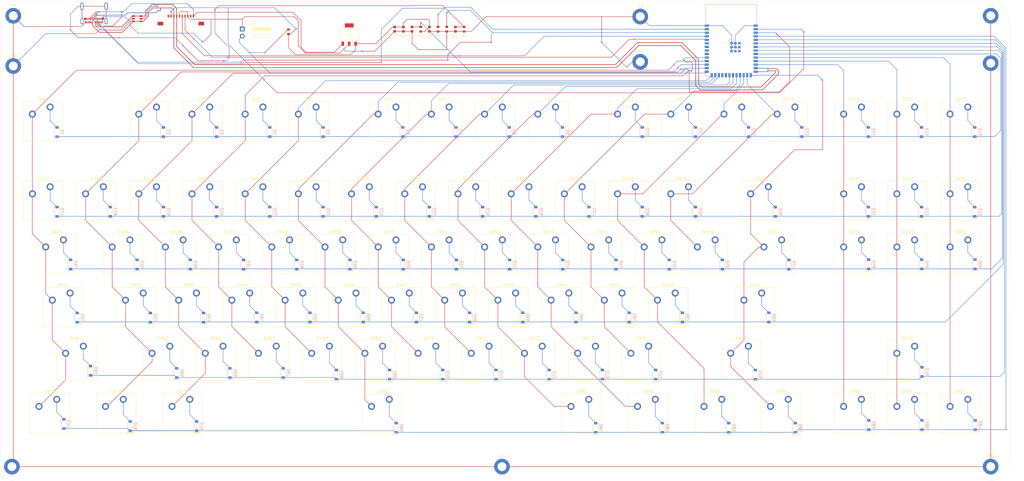
<source format=kicad_pcb>
(kicad_pcb (version 20241229) (generator "pcbnew") (generator_version "9.0")
  (layers (0 "F.Cu" signal) (2 "B.Cu" signal) (13 "F.Paste" user) (15 "B.Paste" user) (5 "F.SilkS" user "F.Silkscreen") (7 "B.SilkS" user "B.Silkscreen") (1 "F.Mask" user) (3 "B.Mask" user) (25 "Edge.Cuts" user))
  (net 0 "")
  (net 1 "Net-(J1-SHIELD1)")
  (net 2 "GND")
  (net 3 "+3V3")
  (net 4 "Net-(U1-EN)")
  (net 5 "/D-")
  (net 6 "/D+")
  (net 7 "VBUS")
  (net 8 "Net-(D1-A)")
  (net 9 "/keyboard_matrix/row_0")
  (net 10 "Net-(D2-A)")
  (net 11 "Net-(D3-A)")
  (net 12 "Net-(D4-A)")
  (net 13 "Net-(D5-A)")
  (net 14 "Net-(D6-A)")
  (net 15 "Net-(D7-A)")
  (net 16 "Net-(D8-A)")
  (net 17 "Net-(D9-A)")
  (net 18 "Net-(D10-A)")
  (net 19 "Net-(D11-A)")
  (net 20 "Net-(D12-A)")
  (net 21 "Net-(D13-A)")
  (net 22 "Net-(D14-A)")
  (net 23 "Net-(D15-A)")
  (net 24 "Net-(D16-A)")
  (net 25 "/keyboard_matrix/row_1")
  (net 26 "Net-(D17-A)")
  (net 27 "Net-(D18-A)")
  (net 28 "Net-(D19-A)")
  (net 29 "Net-(D20-A)")
  (net 30 "Net-(D21-A)")
  (net 31 "Net-(D22-A)")
  (net 32 "Net-(D23-A)")
  (net 33 "Net-(D24-A)")
  (net 34 "Net-(D25-A)")
  (net 35 "Net-(D26-A)")
  (net 36 "Net-(D27-A)")
  (net 37 "Net-(D28-A)")
  (net 38 "Net-(D29-A)")
  (net 39 "Net-(D30-A)")
  (net 40 "Net-(D31-A)")
  (net 41 "Net-(D32-A)")
  (net 42 "Net-(D33-A)")
  (net 43 "Net-(D34-A)")
  (net 44 "/keyboard_matrix/row_2")
  (net 45 "Net-(D35-A)")
  (net 46 "Net-(D36-A)")
  (net 47 "Net-(D37-A)")
  (net 48 "Net-(D38-A)")
  (net 49 "Net-(D39-A)")
  (net 50 "Net-(D40-A)")
  (net 51 "Net-(D41-A)")
  (net 52 "Net-(D42-A)")
  (net 53 "Net-(D43-A)")
  (net 54 "Net-(D44-A)")
  (net 55 "Net-(D45-A)")
  (net 56 "Net-(D46-A)")
  (net 57 "Net-(D47-A)")
  (net 58 "Net-(D48-A)")
  (net 59 "Net-(D49-A)")
  (net 60 "Net-(D50-A)")
  (net 61 "Net-(D51-A)")
  (net 62 "/keyboard_matrix/row_3")
  (net 63 "Net-(D52-A)")
  (net 64 "Net-(D53-A)")
  (net 65 "Net-(D54-A)")
  (net 66 "Net-(D55-A)")
  (net 67 "Net-(D56-A)")
  (net 68 "Net-(D57-A)")
  (net 69 "Net-(D58-A)")
  (net 70 "Net-(D59-A)")
  (net 71 "Net-(D60-A)")
  (net 72 "Net-(D61-A)")
  (net 73 "Net-(D62-A)")
  (net 74 "Net-(D63-A)")
  (net 75 "/keyboard_matrix/row_4")
  (net 76 "Net-(D64-A)")
  (net 77 "Net-(D65-A)")
  (net 78 "Net-(D66-A)")
  (net 79 "Net-(D67-A)")
  (net 80 "Net-(D68-A)")
  (net 81 "Net-(D69-A)")
  (net 82 "Net-(D70-A)")
  (net 83 "Net-(D71-A)")
  (net 84 "Net-(D72-A)")
  (net 85 "Net-(D73-A)")
  (net 86 "Net-(D74-A)")
  (net 87 "Net-(D75-A)")
  (net 88 "Net-(D76-A)")
  (net 89 "/keyboard_matrix/row_5")
  (net 90 "Net-(D77-A)")
  (net 91 "Net-(D78-A)")
  (net 92 "Net-(D79-A)")
  (net 93 "Net-(D80-A)")
  (net 94 "Net-(D81-A)")
  (net 95 "Net-(D82-A)")
  (net 96 "Net-(D83-A)")
  (net 97 "Net-(D84-A)")
  (net 98 "Net-(D85-A)")
  (net 99 "Net-(D86-A)")
  (net 100 "Net-(D87-A)")
  (net 104 "/CC1")
  (net 109 "/CC2")
  (net 113 "/TX")
  (net 114 "/RX")
  (net 115 "/keyboard_matrix/col_0")
  (net 116 "/keyboard_matrix/col_1")
  (net 117 "/keyboard_matrix/col_2")
  (net 118 "/keyboard_matrix/col_3")
  (net 119 "/keyboard_matrix/col_4")
  (net 120 "/keyboard_matrix/col_5")
  (net 121 "/keyboard_matrix/col_6")
  (net 122 "/keyboard_matrix/col_7")
  (net 123 "/keyboard_matrix/col_8")
  (net 124 "/keyboard_matrix/col_9")
  (net 125 "/keyboard_matrix/col_10")
  (net 126 "/keyboard_matrix/col_11")
  (net 127 "/keyboard_matrix/col_12")
  (net 128 "/keyboard_matrix/col_14")
  (net 129 "/keyboard_matrix/col_15")
  (net 130 "/keyboard_matrix/col_16")
  (net 131 "/keyboard_matrix/col_13")
  (net 135 "Net-(J2-Pin_2)")
  (footprint "myLibrary:MX_PCB_1.25u" (layer "F.Cu") (at 93.65375 196.9525)
    (property "Reference" "SW79")
    (property "Value" "lalt")
  )
  (footprint "myLibrary:MX_PCB_1.00u" (layer "F.Cu") (at 248.435 158.8525)
    (property "Reference" "SW61")
    (property "Value" ": ;")
  )
  (footprint "myLibrary:MX_PCB_1.25u" (layer "F.Cu") (at 284.15375 196.9525)
    (property "Reference" "SW83")
    (property "Value" "Menu")
  )
  (footprint "myLibrary:MX_PCB_1.00u" (layer "F.Cu") (at 138.8975 120.7525)
    (property "Reference" "SW22")
    (property "Value" "% 5")
  )
  (footprint "myLibrary:MX_PCB_1.00u" (layer "F.Cu") (at 224.6225 92.1775)
    (property "Reference" "SW9")
    (property "Value" "f8")
  )
  (footprint "Resistor_SMD:R_0603_1608Metric" (layer "F.Cu") (at 194.44 59.2 -90)
    (property "Reference" "R4")
    (property "Value" "10k" (hide yes))
  )
  (footprint "Capacitor_SMD:C_0603_1608Metric" (layer "F.Cu") (at 191.33 59.2 -90)
    (property "Reference" "C1")
    (property "Value" "C_Small" (hide yes))
  )
  (footprint "myLibrary:MX_PCB_1.00u" (layer "F.Cu") (at 353.21 177.9025)
    (property "Reference" "SW76")
    (property "Value" "uparrow")
  )
  (footprint "myLibrary:MX_PCB_1.00u" (layer "F.Cu") (at 372.26 196.9525)
    (property "Reference" "SW87")
    (property "Value" "rightarrow")
  )
  (footprint "myLibrary:MX_PCB_1.00u" (layer "F.Cu") (at 229.385 158.8525)
    (property "Reference" "SW60")
    (property "Value" "L")
  )
  (footprint "myLibrary:MX_PCB_1.00u" (layer "F.Cu") (at 50.79125 158.8525)
    (property "Reference" "SW51")
    (property "Value" "caps lock")
  )
  (footprint "myLibrary:MX_PCB_1.00u" (layer "F.Cu") (at 167.4725 92.1775)
    (property "Reference" "SW6")
    (property "Value" "f5")
  )
  (footprint "myLibrary:MX_PCB_2.25u" (layer "F.Cu") (at 55.55375 177.9025)
    (property "Reference" "SW64")
    (property "Value" "lshift")
  )
  (footprint "myLibrary:MX_PCB_1.00u" (layer "F.Cu") (at 200.81 177.9025)
    (property "Reference" "SW71")
    (property "Value" "m")
  )
  (footprint "MountingHole:MountingHole_3.2mm_M3_DIN965_Pad" (layer "F.Cu") (at 32.5 216)
    (property "Reference" "H4")
    (property "Value" "MountingHole_Pad" (hide yes))
  )
  (footprint "myLibrary:MX_PCB_1.00u" (layer "F.Cu") (at 253.1975 120.7525)
    (property "Reference" "SW28")
    (property "Value" "- _")
  )
  (footprint "myLibrary:MX_PCB_1.00u" (layer "F.Cu") (at 115.085 158.8525)
    (property "Reference" "SW54")
    (property "Value" "d")
  )
  (footprint "myLibrary:MX_PCB_1.00u" (layer "F.Cu") (at 234.1475 120.7525)
    (property "Reference" "SW27")
    (property "Value" ") 0")
  )
  (footprint "Resistor_SMD:R_0603_1608Metric" (layer "F.Cu") (at 131.55 60.115 90)
    (property "Reference" "R5")
    (property "Value" "10K")
  )
  (footprint "Connector_FFC-FPC:Molex_200528-0100_1x10-1MP_P1.00mm_Horizontal" (layer "F.Cu") (at 93 55.41)
    (property "Reference" "J5")
    (property "Value" "10x1mm FFC/FPC")
  )
  (footprint "myLibrary:MX_PCB_1.00u" (layer "F.Cu") (at 96.035 158.8525)
    (property "Reference" "SW53")
    (property "Value" "s")
  )
  (footprint "myLibrary:MX_PCB_1.00u" (layer "F.Cu") (at 262.7225 139.8025)
    (property "Reference" "SW45")
    (property "Value" "{ [")
  )
  (footprint "myLibrary:MX_PCB_2.75u" (layer "F.Cu") (at 293.67875 177.9025)
    (property "Reference" "SW75")
    (property "Value" "rshift")
  )
  (footprint "myLibrary:MX_PCB_1.00u" (layer "F.Cu") (at 72.2225 139.8025)
    (property "Reference" "SW35")
    (property "Value" "q")
  )
  (footprint "myLibrary:MX_PCB_1.25u" (layer "F.Cu") (at 260.34125 196.9525)
    (property "Reference" "SW82")
    (property "Value" "Win")
  )
  (footprint "myLibrary:MX_PCB_1.00u" (layer "F.Cu") (at 86.51 177.9025)
    (property "Reference" "SW65")
    (property "Value" "z")
  )
  (footprint "myLibrary:MX_PCB_1.00u" (layer "F.Cu") (at 334.16 196.9525)
    (property "Reference" "SW85")
    (property "Value" "leftarrow")
  )
  (footprint "myLibrary:MX_PCB_1.00u" (layer "F.Cu") (at 267.485 158.8525)
    (property "Reference" "SW62")
    (property "Value" "\" '")
  )
  (footprint "myLibrary:MX_PCB_1.00u" (layer "F.Cu") (at 372.26 120.7525)
    (property "Reference" "SW33")
    (property "Value" "pgup")
  )
  (footprint "myLibrary:MX_PCB_1.00u" (layer "F.Cu") (at 353.21 92.1775)
    (property "Reference" "SW15")
    (property "Value" "scroll lock")
  )
  (footprint "Capacitor_SMD:C_0603_1608Metric" (layer "F.Cu") (at 172.67 59.2 -90)
    (property "Reference" "C2")
    (property "Value" "C" (hide yes))
  )
  (footprint "myLibrary:MX_PCB_1.50u" (layer "F.Cu") (at 48.41 139.8025)
    (property "Reference" "SW34")
    (property "Value" "tab")
  )
  (footprint "myLibrary:MX_PCB_1.25u" (layer "F.Cu") (at 46.02875 196.9525)
    (property "Reference" "SW77")
    (property "Value" "lctrl")
  )
  (footprint "myLibrary:MX_PCB_1.00u" (layer "F.Cu") (at 129.3725 139.8025)
    (property "Reference" "SW38")
    (property "Value" "r")
  )
  (footprint "myLibrary:MX_PCB_1.00u" (layer "F.Cu") (at 119.8475 92.1775)
    (property "Reference" "SW4")
    (property "Value" "f3")
  )
  (footprint "myLibrary:MX_PCB_1.00u" (layer "F.Cu") (at 372.26 139.8025)
    (property "Reference" "SW50")
    (property "Value" "pgdn")
  )
  (footprint "myLibrary:MX_PCB_1.00u" (layer "F.Cu") (at 81.7475 92.1775)
    (property "Reference" "SW2")
    (property "Value" "f1")
  )
  (footprint "myLibrary:MOLEX_1054500101" (layer "F.Cu") (at 61.92 49.22 180)
    (property "Reference" "J1")
    (property "Value" "1054500101" (hide yes))
  )
  (footprint "Resistor_SMD:R_0603_1608Metric" (layer "F.Cu") (at 185.11 59.2 90)
    (property "Reference" "R1")
    (property "Value" "10k" (hide yes))
  )
  (footprint "Capacitor_SMD:C_0603_1608Metric" (layer "F.Cu") (at 169.56 59.2 -90)
    (property "Reference" "C3")
    (property "Value" "C" (hide yes))
  )
  (footprint "myLibrary:MX_PCB_1.00u" (layer "F.Cu") (at 172.235 158.8525)
    (property "Reference" "SW57")
    (property "Value" "h")
  )
  (footprint "myLibrary:MX_PCB_1.00u" (layer "F.Cu") (at 186.5225 92.1775)
    (property "Reference" "SW7")
    (property "Value" "f6")
  )
  (footprint "myLibrary:MX_PCB_1.00u" (layer "F.Cu") (at 272.2475 120.7525)
    (property "Reference" "SW29")
    (property "Value" "+ =")
  )
  (footprint "MountingHole:MountingHole_3.2mm_M3_DIN965_Pad" (layer "F.Cu") (at 32.99 72.39)
    (property "Reference" "H5")
    (property "Value" "MountingHole_Pad" (hide yes))
  )
  (footprint "myLibrary:MX_PCB_1.00u" (layer "F.Cu") (at 353.21 120.7525)
    (property "Reference" "SW32")
    (property "Value" "home")
  )
  (footprint "myLibrary:MX_PCB_1.00u" (layer "F.Cu") (at 196.0475 120.7525)
    (property "Reference" "SW25")
    (property "Value" "* 8")
  )
  (footprint "Capacitor_SMD:C_0603_1608Metric" (layer "F.Cu") (at 182 59.2 -90)
    (property "Reference" "C5")
    (property "Value" "C" (hide yes))
  )
  (footprint "MountingHole:MountingHole_3.2mm_M3_DIN965_Pad" (layer "F.Cu") (at 257.49 54.665)
    (property "Reference" "H3")
    (property "Value" "MountingHole_Pad" (hide yes))
  )
  (footprint "myLibrary:MX_PCB_1.00u" (layer "F.Cu") (at 372.26 92.1775)
    (property "Reference" "SW16")
    (property "Value" "pause break")
  )
  (footprint "myLibrary:MX_PCB_1.50u" (layer "F.Cu") (at 305.585 139.8025)
    (property "Reference" "SW47")
    (property "Value" "| \\")
  )
  (footprint "myLibrary:MX_PCB_1.00u" (layer "F.Cu") (at 253.1975 92.1775)
    (property "Reference" "SW10")
    (property "Value" "f9")
  )
  (footprint "myLibrary:MX_PCB_1.00u" (layer "F.Cu") (at 257.96 177.9025)
    (property "Reference" "SW74")
    (property "Value" "? /")
  )
  (footprint "myLibrary:MX_PCB_1.00u" (layer "F.Cu") (at 281.7725 139.8025)
    (property "Reference" "SW46")
    (property "Value" "} ]")
  )
  (footprint "myLibrary:MX_PCB_1.00u" (layer "F.Cu") (at 291.2975 92.1775)
    (property "Reference" "SW12")
    (property "Value" "f11")
  )
  (footprint "myLibrary:MX_PCB_1.00u" (layer "F.Cu") (at 210.335 158.8525)
    (property "Reference" "SW59")
    (property "Value" "K")
  )
  (footprint "myLibrary:MX_PCB_1.00u" (layer "F.Cu") (at 215.0975 120.7525)
    (property "Reference" "SW26")
    (property "Value" "( 9")
  )
  (footprint "myLibrary:MX_PCB_1.00u" (layer "F.Cu") (at 181.76 177.9025)
    (property "Reference" "SW70")
    (property "Value" "n")
  )
  (footprint "myLibrary:USBLC6-2SC6" (layer "F.Cu") (at 77.36525 55.450001)
    (property "Reference" "CR1")
    (property "Value" "USBLC6-2SC6" (hide yes))
  )
  (footprint "myLibrary:MX_PCB_1.00u" (layer "F.Cu") (at 76.985 158.8525)
    (property "Reference" "SW52")
    (property "Value" "a")
  )
  (footprint "myLibrary:SOT-223_3MC_MCH" (layer "F.Cu") (at 153.29 61.121)
    (property "Reference" "U2")
    (property "Value" "MCP1825S-2502E/DB" (hide yes))
  )
  (footprint "MountingHole:MountingHole_3.2mm_M3_DIN965_Pad" (layer "F.Cu") (at 382.99 216)
    (property "Reference" "H8")
    (property "Value" "MountingHole_Pad" (hide yes))
  )
  (footprint "myLibrary:MX_PCB_1.25u" (layer "F.Cu") (at 69.84125 196.9525)
    (property "Reference" "SW78")
    (property "Value" "lwin")
  )
  (footprint "myLibrary:MX_PCB_1.00u" (layer "F.Cu") (at 43.6475 92.1775)
    (property "Reference" "SW1")
    (property "Value" "esc")
  )
  (footprint "myLibrary:MX_PCB_1.25u" (layer "F.Cu") (at 236.52875 196.9525)
    (property "Reference" "SW81")
    (property "Value" "ralt")
  )
  (footprint "myLibrary:MX_PCB_1.00u" (layer "F.Cu") (at 186.5225 139.8025)
    (property "Reference" "SW41")
    (property "Value" "u")
  )
  (footprint "myLibrary:MX_PCB_1.00u" (layer "F.Cu") (at 238.91 177.9025)
    (property "Reference" "SW73")
    (property "Value" "> .")
  )
  (footprint "myLibrary:MX_PCB_1.00u" (layer "F.Cu") (at 353.21 139.8025)
    (property "Reference" "SW49")
    (property "Value" "end")
  )
  (footprint "myLibrary:MX_PCB_1.00u" (layer "F.Cu") (at 176.9975 120.7525)
    (property "Reference" "SW24")
    (property "Value" "& 7")
  )
  (footprint "myLibrary:MX_PCB_1.00u" (layer "F.Cu") (at 272.2475 92.1775)
    (property "Reference" "SW11")
    (property "Value" "f10")
  )
  (footprint "Resistor_SMD:R_0603_1608Metric" (layer "F.Cu") (at 188.22 59.2 90)
    (property "Reference" "R2")
    (property "Value" "10k" (hide yes))
  )
  (footprint "myLibrary:MX_PCB_2.25u" (layer "F.Cu") (at 298.44125 158.8525)
    (property "Reference" "SW63")
    (property "Value" "enter")
  )
  (footprint "myLibrary:MX_PCB_1.00u" (layer "F.Cu") (at 243.6725 139.8025)
    (property "Reference" "SW44")
    (property "Value" "P")
  )
  (footprint "myLibrary:MX_PCB_1.00u" (layer "F.Cu") (at 143.66 177.9025)
    (property "Reference" "SW68")
    (property "Value" "v")
  )
  (footprint "myLibrary:MX_PCB_1.00u" (layer "F.Cu") (at 153.185 158.8525)
    (property "Reference" "SW56")
    (property "Value" "g")
  )
  (footprint "myLibrary:MX_PCB_1.00u" (layer "F.Cu") (at 124.61 177.9025)
    (property "Reference" "SW67")
    (property "Value" "c")
  )
  (footprint "myLibrary:MX_PCB_1.00u" (layer "F.Cu") (at 100.7975 92.1775)
    (property "Reference" "SW3")
    (property "Value" "f2")
  )
  (footprint "myLibrary:MX_PCB_1.00u" (layer "F.Cu") (at 353.21 196.9525)
    (property "Reference" "SW86")
    (property "Value" "downarrow")
  )
  (footprint "myLibrary:MX_PCB_1.00u" (layer "F.Cu") (at 205.5725 92.1775)
    (property "Reference" "SW8")
    (property "Value" "f7")
  )
  (footprint "myLibrary:MX_PCB_6.25u" (layer "F.Cu") (at 165.09125 196.9525)
    (property "Reference" "SW80")
    (property "Value" "spacebar")
  )
  (footprint "MountingHole:MountingHole_3.2mm_M3_DIN965_Pad" (layer "F.Cu") (at 257.49 70.89)
    (property "Reference" "H6")
    (property "Value" "MountingHole_Pad" (hide yes))
  )
  (footprint "myLibrary:MX_PCB_2.00u" (layer "F.Cu") (at 300.8225 120.7525)
    (property "Reference" "SW30")
    (property "Value" "backspace")
  )
  (footprint "myLibrary:MX_PCB_1.00u" (layer "F.Cu") (at 334.16 92.1775)
    (property "Reference" "SW14")
    (property "Value" "prtsc")
  )
  (footprint "MountingHole:MountingHole_3.2mm_M3_DIN965_Pad" (layer "F.Cu") (at 382.99 71.39)
    (property "Reference" "H2")
    (property "Value" "MountingHole_Pad" (hide yes))
  )
  (footprint "myLibrary:MX_PCB_1.00u" (layer "F.Cu") (at 105.56 177.9025)
    (property "Reference" "SW66")
    (property "Value" "x")
  )
  (footprint "MountingHole:MountingHole_3.2mm_M3_DIN965_Pad" (layer "F.Cu") (at 208 216)
    (property "Reference" "H7")
    (property "Value" "MountingHole_Pad" (hide yes))
  )
  (footprint "myLibrary:MX_PCB_1.00u" (layer "F.Cu") (at 219.86 177.9025)
    (property "Reference" "SW72")
    (property "Value" "< ,")
  )
  (footprint "MountingHole:MountingHole_3.2mm_M3_DIN965_Pad" (layer "F.Cu") (at 32.99 54.39)
    (property "Reference" "H9")
    (property "Value" "MountingHole_Pad" (hide yes))
  )
  (footprint "myLibrary:MX_PCB_1.00u" (layer "F.Cu") (at 334.16 139.8025)
    (property "Reference" "SW48")
    (property "Value" "delete")
  )
  (footprint "myLibrary:MX_PCB_1.00u" (layer "F.Cu") (at 119.8475 120.7525)
    (property "Reference" "SW21")
    (property "Value" "$ 4")
  )
  (footprint "myLibrary:MX_PCB_1.00u" (layer "F.Cu") (at 191.285 158.8525)
    (property "Reference" "SW58")
    (property "Value" "j")
  )
  (footprint "myLibrary:MX_PCB_1.00u" (layer "F.Cu") (at 157.9475 120.7525)
    (property "Reference" "SW23")
    (property "Value" "^ 6")
  )
  (footprint "Capacitor_SMD:C_0603_1608Metric" (layer "F.Cu") (at 175.78 59.2 -90)
    (property "Reference" "C4")
    (property "Value" "C" (hide yes))
  )
  (footprint "myLibrary:MX_PCB_1.00u" (layer "F.Cu") (at 134.135 158.8525)
    (property "Reference" "SW55")
    (property "Value" "f")
  )
  (footprint "myLibrary:MX_PCB_1.00u" (layer "F.Cu") (at 100.7975 120.7525)
    (property "Reference" "SW20")
    (property "Value" "# 3")
  )
  (footprint "myLibrary:MX_PCB_1.00u" (layer "F.Cu") (at 167.4725 139.8025)
    (property "Reference" "SW40")
    (property "Value" "y")
  )
  (footprint "myLibrary:MX_PCB_1.00u" (layer "F.Cu") (at 334.16 120.7525)
    (property "Reference" "SW31")
    (property "Value" "insert")
  )
  (footprint "myLibrary:MX_PCB_1.00u" (layer "F.Cu") (at 138.8975 92.1775)
    (property "Reference" "SW5")
    (property "Value" "f4")
  )
  (footprint "myLibrary:MX_PCB_1.00u" (layer "F.Cu") (at 224.6225 139.8025)
    (property "Reference" "SW43")
    (property "Value" "O")
  )
  (footprint "myLibrary:MX_PCB_1.00u" (layer "F.Cu") (at 62.6975 120.7525)
    (property "Reference" "SW18")
    (property "Value" "! 1")
  )
  (footprint "myLibrary:MX_PCB_1.00u" (layer "F.Cu") (at 162.71 177.9025)
    (property "Reference" "SW69")
    (property "Value" "b")
  )
  (footprint "myLibrary:MX_PCB_1.00u" (layer "F.Cu") (at 110.3225 139.8025)
    (property "Reference" "SW37")
    (property "Value" "e")
  )
  (footprint "myLibrary:MX_PCB_1.00u" (layer "F.Cu") (at 81.7475 120.7525)
    (property "Reference" "SW19")
    (property "Value" "@ 2")
  )
  (footprint "myLibrary:MX_PCB_1.00u" (layer "F.Cu") (at 43.6475 120.7525)
    (property "Reference" "SW17")
    (property "Value" "~ `")
  )
  (footprint "myLibrary:MX_PCB_1.00u" (layer "F.Cu") (at 310.3475 92.1775)
    (property "Reference" "SW13")
    (property "Value" "f12")
  )
  (footprint "Resistor_SMD:R_0603_1608Metric" (layer "F.Cu") (at 178.89 59.2 90)
    (property "Reference" "R3")
    (property "Value" "10k" (hide yes))
  )
  (footprint "MountingHole:MountingHole_3.2mm_M3_DIN965_Pad" (layer "F.Cu") (at 382.99 54.39)
    (property "Reference" "H1")
    (property "Value" "MountingHole_Pad" (hide yes))
  )
  (footprint "myLibrary:MX_PCB_1.00u" (layer "F.Cu") (at 91.2725 139.8025)
    (property "Reference" "SW36")
    (property "Value" "w")
  )
  (footprint "Connector_PinHeader_2.54mm:PinHeader_1x02_P2.54mm_Horizontal" (layer "F.Cu") (at 114.99 59.15)
    (property "Reference" "J2")
    (property "Value" "BOOT")
  )
  (footprint "myLibrary:MX_PCB_1.25u" (layer "F.Cu") (at 307.96625 196.9525)
    (property "Reference" "SW84")
    (property "Value" "rctrl")
  )
  (footprint "myLibrary:MX_PCB_1.00u" (layer "F.Cu") (at 205.5725 139.8025)
    (property "Reference" "SW42")
    (property "Value" "I")
  )
  (footprint "myLibrary:MX_PCB_1.00u" (layer "F.Cu") (at 148.4225 139.8025)
    (property "Reference" "SW39")
    (property "Value" "t")
  )
  (footprint "Diode_SMD:D_SOD-123" (layer "B.Cu") (at 210.7175 143.5575 90)
    (property "Reference" "D42")
    (property "Value" "D")
  )
  (footprint "Diode_SMD:D_SOD-123" (layer "B.Cu") (at 339.17 96.055 90)
    (property "Reference" "D14")
    (property "Value" "D")
  )
  (footprint "Diode_SMD:D_SOD-123" (layer "B.Cu") (at 358.22 96.055 90)
    (property "Reference" "D15")
    (property "Value" "D")
  )
  (footprint "Diode_SMD:D_SOD-123" (layer "B.Cu") (at 267.8675 143.5575 90)
    (property "Reference" "D45")
    (property "Value" "D")
  )
  (footprint "Diode_SMD:D_SOD-123" (layer "B.Cu") (at 210.5825 96.055 90)
    (property "Reference" "D8")
    (property "Value" "D")
  )
  (footprint "Diode_SMD:D_SOD-123" (layer "B.Cu") (at 96.37 143.52 90)
    (property "Reference" "D36")
    (property "Value" "D")
  )
  (footprint "Diode_SMD:D_SOD-123" (layer "B.Cu") (at 67.7075 124.63 90)
    (property "Reference" "D18")
    (property "Value" "D")
  )
  (footprint "Diode_SMD:D_SOD-123" (layer "B.Cu") (at 229.6325 96.055 90)
    (property "Reference" "D9")
    (property "Value" "D")
  )
  (footprint "Diode_SMD:D_SOD-123" (layer "B.Cu") (at 303.55125 162.5 90)
    (property "Reference" "D63")
    (property "Value" "D")
  )
  (footprint "Diode_SMD:D_SOD-123" (layer "B.Cu") (at 234.495 162.5 90)
    (property "Reference" "D60")
    (property "Value" "D")
  )
  (footprint "Diode_SMD:D_SOD-123" (layer "B.Cu") (at 377.27 124.63 90)
    (property "Reference" "D33")
    (property "Value" "D")
  )
  (footprint "Diode_SMD:D_SOD-123" (layer "B.Cu") (at 296.3075 96.055 90)
    (property "Reference" "D12")
    (property "Value" "D")
  )
  (footprint "Diode_SMD:D_SOD-123" (layer "B.Cu") (at 60.65125 181.62 90)
    (property "Reference" "D64")
    (property "Value" "D")
  )
  (footprint "Diode_SMD:D_SOD-123" (layer "B.Cu") (at 272.595 162.5 90)
    (property "Reference" "D62")
    (property "Value" "D")
  )
  (footprint "Diode_SMD:D_SOD-123" (layer "B.Cu") (at 134.5175 143.5575 90)
    (property "Reference" "D38")
    (property "Value" "D")
  )
  (footprint "Diode_SMD:D_SOD-123" (layer "B.Cu") (at 120.195 162.5 90)
    (property "Reference" "D54")
    (property "Value" "D")
  )
  (footprint "Diode_SMD:D_SOD-123" (layer "B.Cu") (at 105.8075 96.055 90)
    (property "Reference" "D3")
    (property "Value" "D")
  )
  (footprint "Diode_SMD:D_SOD-123" (layer "B.Cu") (at 253.545 162.5 90)
    (property "Reference" "D61")
    (property "Value" "D")
  )
  (footprint "Diode_SMD:D_SOD-123" (layer "B.Cu") (at 51.12625 200.67 90)
    (property "Reference" "D77")
    (property "Value" "D")
  )
  (footprint "Diode_SMD:D_SOD-123" (layer "B.Cu") (at 358.38 182.0275 90)
    (property "Reference" "D76")
    (property "Value" "D")
  )
  (footprint "Diode_SMD:D_SOD-123" (layer "B.Cu") (at 162.9575 124.63 90)
    (property "Reference" "D23")
    (property "Value" "D")
  )
  (footprint "Diode_SMD:D_SOD-123" (layer "B.Cu") (at 48.6575 96.055 90)
    (property "Reference" "D1")
    (property "Value" "D")
  )
  (footprint "Diode_SMD:D_SOD-123" (layer "B.Cu") (at 358.38 201.0775 90)
    (property "Reference" "D86")
    (property "Value" "D")
  )
  (footprint "Diode_SMD:D_SOD-123" (layer "B.Cu") (at 182.0075 124.63 90)
    (property "Reference" "D24")
    (property "Value" "D")
  )
  (footprint "Diode_SMD:D_SOD-123" (layer "B.Cu") (at 277.2575 96.055 90)
    (property "Reference" "D11")
    (property "Value" "D")
  )
  (footprint "Diode_SMD:D_SOD-123" (layer "B.Cu") (at 358.22 124.63 90)
    (property "Reference" "D32")
    (property "Value" "D")
  )
  (footprint "Diode_SMD:D_SOD-123" (layer "B.Cu") (at 220.1075 124.63 90)
    (property "Reference" "D26")
    (property "Value" "D")
  )
  (footprint "Diode_SMD:D_SOD-123" (layer "B.Cu") (at 248.8175 143.5575 90)
    (property "Reference" "D44")
    (property "Value" "D")
  )
  (footprint "Diode_SMD:D_SOD-123" (layer "B.Cu") (at 258.2075 96.055 90)
    (property "Reference" "D10")
    (property "Value" "D")
  )
  (footprint "Diode_SMD:D_SOD-123" (layer "B.Cu") (at 191.6675 143.5575 90)
    (property "Reference" "D41")
    (property "Value" "D")
  )
  (footprint "Diode_SMD:D_SOD-123" (layer "B.Cu") (at 377.37 143.45 90)
    (property "Reference" "D50")
    (property "Value" "D")
  )
  (footprint "Diode_SMD:D_SOD-123" (layer "B.Cu") (at 124.8575 96.055 90)
    (property "Reference" "D4")
    (property "Value" "D")
  )
  (footprint "Diode_SMD:D_SOD-123" (layer "B.Cu") (at 313.0025 202.065 90)
    (property "Reference" "D84")
    (property "Value" "D")
  )
  (footprint "Diode_SMD:D_SOD-123" (layer "B.Cu") (at 205.84625 183.015 90)
    (property "Reference" "D71")
    (property "Value" "D")
  )
  (footprint "Diode_SMD:D_SOD-123" (layer "B.Cu") (at 358.32 143.45 90)
    (property "Reference" "D49")
    (property "Value" "D")
  )
  (footprint "Diode_SMD:D_SOD-123" (layer "B.Cu") (at 239.1575 124.63 90)
    (property "Reference" "D27")
    (property "Value" "D")
  )
  (footprint "Diode_SMD:D_SOD-123" (layer "B.Cu") (at 186.79625 183.015 90)
    (property "Reference" "D70")
    (property "Value" "D")
  )
  (footprint "Diode_SMD:D_SOD-123" (layer "B.Cu") (at 191.5325 96.055 90)
    (property "Reference" "D7")
    (property "Value" "D")
  )
  (footprint "Diode_SMD:D_SOD-123" (layer "B.Cu") (at 86.7575 96.055 90)
    (property "Reference" "D2")
    (property "Value" "D")
  )
  (footprint "Diode_SMD:D_SOD-123" (layer "B.Cu") (at 339.33 201.0775 90)
    (property "Reference" "D85")
    (property "Value" "D")
  )
  (footprint "Diode_SMD:D_SOD-123" (layer "B.Cu") (at 286.9175 143.5575 90)
    (property "Reference" "D46")
    (property "Value" "D")
  )
  (footprint "Diode_SMD:D_SOD-123" (layer "B.Cu") (at 101.1325 162.57 90)
    (property "Reference" "D53")
    (property "Value" "D")
  )
  (footprint "Diode_SMD:D_SOD-123" (layer "B.Cu") (at 143.9075 96.055 90)
    (property "Reference" "D5")
    (property "Value" "D")
  )
  (footprint "Diode_SMD:D_SOD-123" (layer "B.Cu") (at 129.62625 182.4175 90)
    (property "Reference" "D67")
    (property "Value" "D")
  )
  (footprint "Diode_SMD:D_SOD-123" (layer "B.Cu") (at 177.345 162.5 90)
    (property "Reference" "D57")
    (property "Value" "D")
  )
  (footprint "Diode_SMD:D_SOD-123" (layer "B.Cu") (at 277.2575 124.63 90)
    (property "Reference" "D29")
    (property "Value" "D")
  )
  (footprint "Diode_SMD:D_SOD-123" (layer "B.Cu") (at 77.32 143.52 90)
    (property "Reference" "D35")
    (property "Value" "D")
  )
  (footprint "Diode_SMD:D_SOD-123" (layer "B.Cu") (at 339.27 143.45 90)
    (property "Reference" "D48")
    (property "Value" "D")
  )
  (footprint "Diode_SMD:D_SOD-123" (layer "B.Cu") (at 258.2075 124.63 90)
    (property "Reference" "D28")
    (property "Value" "D")
  )
  (footprint "Diode_SMD:D_SOD-123" (layer "B.Cu") (at 243.94625 183.015 90)
    (property "Reference" "D73")
    (property "Value" "D")
  )
  (footprint "Diode_SMD:D_SOD-123" (layer "B.Cu") (at 153.5675 143.5575 90)
    (property "Reference" "D39")
    (property "Value" "D")
  )
  (footprint "Diode_SMD:D_SOD-123" (layer "B.Cu") (at 105.8075 124.63 90)
    (property "Reference" "D20")
    (property "Value" "D")
  )
  (footprint "Diode_SMD:D_SOD-123" (layer "B.Cu") (at 86.7575 124.63 90)
    (property "Reference" "D19")
    (property "Value" "D")
  )
  (footprint "Diode_SMD:D_SOD-123" (layer "B.Cu") (at 315.3575 96.055 90)
    (property "Reference" "D13")
    (property "Value" "D")
  )
  (footprint "Diode_SMD:D_SOD-123" (layer "B.Cu") (at 115.4675 143.5575 90)
    (property "Reference" "D37")
    (property "Value" "D")
  )
  (footprint "Diode_SMD:D_SOD-123" (layer "B.Cu") (at 48.6575 124.63 90)
    (property "Reference" "D17")
    (property "Value" "D")
  )
  (footprint "Diode_SMD:D_SOD-123" (layer "B.Cu") (at 74.8575 201.4675 90)
    (property "Reference" "D78")
    (property "Value" "D")
  )
  (footprint "Diode_SMD:D_SOD-123" (layer "B.Cu") (at 98.67 201.4675 90)
    (property "Reference" "D79")
    (property "Value" "D")
  )
  (footprint "Diode_SMD:D_SOD-123" (layer "B.Cu") (at 289.19 202.065 90)
    (property "Reference" "D83")
    (property "Value" "D")
  )
  (footprint "Diode_SMD:D_SOD-123" (layer "B.Cu") (at 265.3775 202.065 90)
    (property "Reference" "D82")
    (property "Value" "D")
  )
  (footprint "Diode_SMD:D_SOD-123" (layer "B.Cu") (at 124.8575 124.63 90)
    (property "Reference" "D21")
    (property "Value" "D")
  )
  (footprint "Diode_SMD:D_SOD-123" (layer "B.Cu") (at 262.99625 183.015 90)
    (property "Reference" "D74")
    (property "Value" "D")
  )
  (footprint "Diode_SMD:D_SOD-123" (layer "B.Cu") (at 158.295 162.5 90)
    (property "Reference" "D56")
    (property "Value" "D")
  )
  (footprint "Diode_SMD:D_SOD-123" (layer "B.Cu") (at 305.8325 124.63 90)
    (property "Reference" "D30")
    (property "Value" "D")
  )
  (footprint "Diode_SMD:D_SOD-123" (layer "B.Cu") (at 91.52625 182.4175 90)
    (property "Reference" "D65")
    (property "Value" "D")
  )
  (footprint "Diode_SMD:D_SOD-123" (layer "B.Cu") (at 110.57625 182.4175 90)
    (property "Reference" "D66")
    (property "Value" "D")
  )
  (footprint "Diode_SMD:D_SOD-123" (layer "B.Cu") (at 148.69625 183.015 90)
    (property "Reference" "D68")
    (property "Value" "D")
  )
  (footprint "Diode_SMD:D_SOD-123" (layer "B.Cu") (at 196.395 162.5 90)
    (property "Reference" "D58")
    (property "Value" "D")
  )
  (footprint "Diode_SMD:D_SOD-123" (layer "B.Cu") (at 172.6175 143.5575 90)
    (property "Reference" "D40")
    (property "Value" "D")
  )
  (footprint "Diode_SMD:D_SOD-123" (layer "B.Cu") (at 53.5075 143.52 90)
    (property "Reference" "D34")
    (property "Value" "D")
  )
  (footprint "Diode_SMD:D_SOD-123" (layer "B.Cu") (at 229.7675 143.5575 90)
    (property "Reference" "D43")
    (property "Value" "D")
  )
  (footprint "Diode_SMD:D_SOD-123" (layer "B.Cu") (at 82.0825 162.57 90)
    (property "Reference" "D52")
    (property "Value" "D")
  )
  (footprint "myLibrary:ESP32-S3-WROOM-1_EXP" (layer "B.Cu") (at 290.08 63.19 180)
    (property "Reference" "U1")
    (property "Value" "ESP32-S3-WROOM-1-N16R8")
  )
  (footprint "Diode_SMD:D_SOD-123" (layer "B.Cu") (at 310.73 143.5575 90)
    (property "Reference" "D47")
    (property "Value" "D")
  )
  (footprint "Diode_SMD:D_SOD-123" (layer "B.Cu") (at 377.27 96.055 90)
    (property "Reference" "D16")
    (property "Value" "D")
  )
  (footprint "Diode_SMD:D_SOD-123" (layer "B.Cu") (at 139.245 162.5 90)
    (property "Reference" "D55")
    (property "Value" "D")
  )
  (footprint "Diode_SMD:D_SOD-123" (layer "B.Cu") (at 377.43 201.0775 90)
    (property "Reference" "D87")
    (property "Value" "D")
  )
  (footprint "Diode_SMD:D_SOD-123" (layer "B.Cu") (at 215.445 162.5 90)
    (property "Reference" "D59")
    (property "Value" "D")
  )
  (footprint "Diode_SMD:D_SOD-123" (layer "B.Cu") (at 167.74625 183.015 90)
    (property "Reference" "D69")
    (property "Value" "D")
  )
  (footprint "Diode_SMD:D_SOD-123" (layer "B.Cu") (at 170.1275 202.065 90)
    (property "Reference" "D80")
    (property "Value" "D")
  )
  (footprint "Diode_SMD:D_SOD-123" (layer "B.Cu") (at 55.88875 162.57 90)
    (property "Reference" "D51")
    (property "Value" "D")
  )
  (footprint "Diode_SMD:D_SOD-123" (layer "B.Cu") (at 143.9075 124.63 90)
    (property "Reference" "D22")
    (property "Value" "D")
  )
  (footprint "Diode_SMD:D_SOD-123" (layer "B.Cu") (at 224.89625 183.015 90)
    (property "Reference" "D72")
    (property "Value" "D")
  )
  (footprint "Diode_SMD:D_SOD-123" (layer "B.Cu") (at 201.0575 124.63 90)
    (property "Reference" "D25")
    (property "Value" "D")
  )
  (footprint "Diode_SMD:D_SOD-123" (layer "B.Cu") (at 241.565 202.065 90)
    (property "Reference" "D81")
    (property "Value" "D")
  )
  (footprint "Diode_SMD:D_SOD-123" (layer "B.Cu") (at 172.4825 96.055 90)
    (property "Reference" "D6")
    (property "Value" "D")
  )
  (footprint "Diode_SMD:D_SOD-123" (layer "B.Cu") (at 339.17 124.63 90)
    (property "Reference" "D31")
    (property "Value" "D")
  )
  (footprint "Diode_SMD:D_SOD-123" (layer "B.Cu") (at 298.715 183.015 90)
    (property "Reference" "D75")
    (property "Value" "D")
  )
  (gr_arc (start 28.412097 54.419138) (mid 29.904596 50.864616) (end 33.467285 49.391717) (stroke (width 0.05)) (layer "Edge.Cuts"))
  (gr_line (start 381.897496 221.159225) (end 33.492097 221.158949) (stroke (width 0.05)) (layer "Edge.Cuts"))
  (gr_arc (start 389.74959 214.059377) (mid 387.170195 219.098633) (end 381.897496 221.159225) (stroke (width 0.05)) (layer "Edge.Cuts"))
  (gr_arc (start 33.492097 221.158949) (mid 29.803021 219.604127) (end 28.312422 215.888637) (stroke (width 0.05)) (layer "Edge.Cuts"))
  (gr_line (start 33.467285 49.391717) (end 382.390437 49.391717) (stroke (width 0.05)) (layer "Edge.Cuts"))
  (gr_line (start 28.312422 215.888623) (end 28.412102 54.419138) (stroke (width 0.05)) (layer "Edge.Cuts"))
  (gr_arc (start 382.390433 49.390536) (mid 387.276021 51.228338) (end 389.74 55.83) (stroke (width 0.05)) (layer "Edge.Cuts"))
  (gr_line (start 389.739953 55.829996) (end 389.75 214.055673) (stroke (width 0.05)) (layer "Edge.Cuts"))
  (segment (start 186.735 50.67) (end 176.67 50.67) (width 0.15) (layer "F.Cu") (net 1))
  (segment (start 176.67 50.67) (end 176.55 50.79) (width 0.15) (layer "F.Cu") (net 1))
  (segment (start 194.44 58.375) (end 191.38 58.375) (width 0.15) (layer "F.Cu") (net 1))
  (segment (start 191.38 58.375) (end 191.33 58.425) (width 0.15) (layer "F.Cu") (net 1))
  (segment (start 106.56 50.79) (end 105.21 52.14) (width 0.15) (layer "F.Cu") (net 1))
  (segment (start 99.155 70.505) (end 93.73 65.08) (width 0.15) (layer "F.Cu") (net 1))
  (segment (start 66.24 56.35) (end 66.24 50.99) (width 0.15) (layer "F.Cu") (net 1))
  (segment (start 105.21 52.14) (end 105.21 52.27) (width 0.15) (layer "F.Cu") (net 1))
  (segment (start 70.8 62.23) (end 56.23 62.23) (width 0.15) (layer "F.Cu") (net 1))
  (segment (start 108.44 70.505) (end 99.155 70.505) (width 0.15) (layer "F.Cu") (net 1))
  (segment (start 57.6 50.99) (end 57.6 56.35) (width 0.15) (layer "F.Cu") (net 1))
  (segment (start 176.55 50.79) (end 106.56 50.79) (width 0.15) (layer "F.Cu") (net 1))
  (segment (start 66.24 50.99) (end 57.6 50.99) (width 0.15) (layer "F.Cu") (net 1))
  (segment (start 194.44 58.375) (end 186.735 50.67) (width 0.15) (layer "F.Cu") (net 1))
  (segment (start 56.23 62.23) (end 53.43 59.43) (width 0.15) (layer "F.Cu") (net 1))
  (via (at 105.21 52.27) (size 0.6) (drill 0.35) (layers "F.Cu" "B.Cu") (net 1))
  (via (at 70.8 62.23) (size 0.6) (drill 0.35) (layers "F.Cu" "B.Cu") (net 1))
  (via (at 93.73 65.08) (size 0.6) (drill 0.35) (layers "F.Cu" "B.Cu") (net 1))
  (via (at 53.43 59.43) (size 0.6) (drill 0.35) (layers "F.Cu" "B.Cu") (net 1))
  (via (at 108.44 70.505) (size 0.6) (drill 0.35) (layers "F.Cu" "B.Cu") (net 1))
  (segment (start 93.73 65.08) (end 90.88 62.23) (width 0.15) (layer "B.Cu") (net 1))
  (segment (start 110.306 65.739716) (end 110.306 69.579) (width 0.15) (layer "B.Cu") (net 1))
  (segment (start 105.21 60.643716) (end 110.306 65.739716) (width 0.15) (layer "B.Cu") (net 1))
  (segment (start 53.5 59.36) (end 53.5 53.72) (width 0.15) (layer "B.Cu") (net 1))
  (segment (start 53.43 59.43) (end 53.5 59.36) (width 0.15) (layer "B.Cu") (net 1))
  (segment (start 110.306 69.579) (end 109.38 70.505) (width 0.15) (layer "B.Cu") (net 1))
  (segment (start 56.23 50.99) (end 57.6 50.99) (width 0.15) (layer "B.Cu") (net 1))
  (segment (start 109.38 70.505) (end 108.44 70.505) (width 0.15) (layer "B.Cu") (net 1))
  (segment (start 90.88 62.23) (end 70.8 62.23) (width 0.15) (layer "B.Cu") (net 1))
  (segment (start 105.21 52.27) (end 105.21 60.643716) (width 0.15) (layer "B.Cu") (net 1))
  (segment (start 53.5 53.72) (end 56.23 50.99) (width 0.15) (layer "B.Cu") (net 1))
  (segment (start 196.975 60.025) (end 202.335 54.665) (width 0.15) (layer "F.Cu") (net 2))
  (segment (start 243.65 63.88) (end 243.65 54.73) (width 0.15) (layer "F.Cu") (net 2))
  (segment (start 175.78 64.23) (end 175.78 59.975) (width 0.15) (layer "F.Cu") (net 2))
  (segment (start 95.5 54.8) (end 95.5 54.5) (width 0.15) (layer "F.Cu") (net 2))
  (segment (start 382.99 216) (end 382.99 71.39) (width 0.15) (layer "F.Cu") (net 2))
  (segment (start 162.435 67.1) (end 157.82 67.1) (width 0.15) (layer "F.Cu") (net 2))
  (segment (start 65.02 56.66) (end 64.92 56.76) (width 0.15) (layer "F.Cu") (net 2))
  (segment (start 58.92 56.76) (end 57.43 58.25) (width 0.15) (layer "F.Cu") (net 2))
  (segment (start 92.8 52.95) (end 95.44 52.95) (width 0.15) (layer "F.Cu") (net 2))
  (segment (start 254.64 70.89) (end 252.89 72.64) (width 0.15) (layer "F.Cu") (net 2))
  (segment (start 92.5 53.25) (end 92.8 52.95) (width 0.15) (layer "F.Cu") (net 2))
  (segment (start 103.82 60.98) (end 101.64 63.16) (width 0.15) (layer "F.Cu") (net 2))
  (segment (start 178.1 66.55) (end 175.78 64.23) (width 0.15) (layer "F.Cu") (net 2))
  (segment (start 194.44 60.025) (end 196.975 60.025) (width 0.15) (layer "F.Cu") (net 2))
  (segment (start 74.755 56.485) (end 75.789999 55.450001) (width 0.15) (layer "F.Cu") (net 2))
  (segment (start 115.96 54.67) (end 114.99 55.64) (width 0.15) (layer "F.Cu") (net 2))
  (segment (start 103.82 55.64) (end 103.82 60.98) (width 0.15) (layer "F.Cu") (net 2))
  (segment (start 101.17 63.63) (end 100.53 63.63) (width 0.15) (layer "F.Cu") (net 2))
  (segment (start 57.43 58.25) (end 36.85 58.25) (width 0.15) (layer "F.Cu") (net 2))
  (segment (start 58.82 55.46) (end 58.82 56.66) (width 0.15) (layer "F.Cu") (net 2))
  (segment (start 188.22 66.43) (end 188.1 66.55) (width 0.15) (layer "F.Cu") (net 2))
  (segment (start 114.99 55.64) (end 103.82 55.64) (width 0.15) (layer "F.Cu") (net 2))
  (segment (start 32.99 72.39) (end 32.99 215.51) (width 0.15) (layer "F.Cu") (net 2))
  (segment (start 114.99 55.64) (end 114.99 59.15) (width 0.15) (layer "F.Cu") (net 2))
  (segment (start 65.02 55.46) (end 65.02 54.91) (width 0.15) (layer "F.Cu") (net 2))
  (segment (start 101.64 63.16) (end 101.17 63.63) (width 0.15) (layer "F.Cu") (net 2))
  (segment (start 32.99 215.51) (end 32.5 216) (width 0.15) (layer "F.Cu") (net 2))
  (segment (start 151.325 66.355) (end 149.91 67.77) (width 0.15) (layer "F.Cu") (net 2))
  (segment (start 95.5 53.01) (end 95.5 54.5) (width 0.15) (layer "F.Cu") (net 2))
  (segment (start 75.789999 55.450001) (end 76 55.450001) (width 0.15) (layer "F.Cu") (net 2))
  (segment (start 64.43 59.52) (end 71.72 59.52) (width 0.15) (layer "F.Cu") (net 2))
  (segment (start 96.34 55.64) (end 95.5 54.8) (width 0.15) (layer "F.Cu") (net 2))
  (segment (start 208 216) (end 382.99 216) (width 0.15) (layer "F.Cu") (net 2))
  (segment (start 194.39 59.975) (end 194.44 60.025) (width 0.15) (layer "F.Cu") (net 2))
  (segment (start 188.22 60.025) (end 188.22 66.43) (width 0.15) (layer "F.Cu") (net 2))
  (segment (start 137.6 67.77) (end 135.05 65.22) (width 0.15) (layer "F.Cu") (net 2))
  (segment (start 382.99 71.39) (end 382.99 54.39) (width 0.15) (layer "F.Cu") (net 2))
  (segment (start 135.05 65.22) (end 135.05 56.14) (width 0.15) (layer "F.Cu") (net 2))
  (segment (start 58.82 56.66) (end 58.92 56.76) (width 0.15) (layer "F.Cu") (net 2))
  (segment (start 32.99 54.39) (end 32.99 72.39) (width 0.15) (layer "F.Cu") (net 2))
  (segment (start 95.44 52.95) (end 95.5 53.01) (width 0.15) (layer "F.Cu") (net 2))
  (segment (start 71.72 59.52) (end 74.755 56.485) (width 0.15) (layer "F.Cu") (net 2))
  (segment (start 182 59.975) (end 194.39 59.975) (width 0.15) (layer "F.Cu") (net 2))
  (segment (start 65.02 54.91) (end 65.21 54.72) (width 0.15) (layer "F.Cu") (net 2))
  (segment (start 103.82 55.64) (end 96.34 55.64) (width 0.15) (layer "F.Cu") (net 2))
  (segment (start 149.91 67.77) (end 137.6 67.77) (width 0.15) (layer "F.Cu") (net 2))
  (segment (start 259.44 70.89) (end 259.46 70.91) (width 0.15) (layer "F.Cu") (net 2))
  (segment (start 188.1 66.55) (end 178.1 66.55) (width 0.15) (layer "F.Cu") (net 2))
  (segment (start 169.56 59.975) (end 162.435 67.1) (width 0.15) (layer "F.Cu") (net 2))
  (segment (start 36.85 58.25) (end 32.99 54.39) (width 0.15) (layer "F.Cu") (net 2))
  (segment (start 243.56 54.665) (end 202.335 54.665) (width 0.15) (layer "F.Cu") (net 2))
  (segment (start 169.56 59.975) (end 175.78 59.975) (width 0.15) (layer "F.Cu") (net 2))
  (segment (start 133.58 54.67) (end 115.96 54.67) (width 0.15) (layer "F.Cu") (net 2))
  (segment (start 65.02 55.46) (end 65.02 56.66) (width 0.15) (layer "F.Cu") (net 2))
  (segment (start 135.05 56.14) (end 133.58 54.67) (width 0.15) (layer "F.Cu") (net 2))
  (segment (start 257.49 70.89) (end 254.64 70.89) (width 0.15) (layer "F.Cu") (net 2))
  (segment (start 153.29 64.39) (end 151.325 66.355) (width 0.15) (layer "F.Cu") (net 2))
  (segment (start 257.49 54.665) (end 243.56 54.665) (width 0.15) (layer "F.Cu") (net 2))
  (segment (start 64.1 59.19) (end 64.43 59.52) (width 0.15) (layer "F.Cu") (net 2))
  (segment (start 32.5 216) (end 208 216) (width 0.15) (layer "F.Cu") (net 2))
  (segment (start 257.765 54.39) (end 257.49 54.665) (width 0.15) (layer "F.Cu") (net 2))
  (segment (start 92.5 54.8) (end 92.5 54.5) (width 0.15) (layer "F.Cu") (net 2))
  (segment (start 257.49 70.89) (end 259.44 70.89) (width 0.15) (layer "F.Cu") (net 2))
  (segment (start 92.5 54.5) (end 92.5 53.25) (width 0.15) (layer "F.Cu") (net 2))
  (via (at 157.82 67.1) (size 0.6) (drill 0.35) (layers "F.Cu" "B.Cu") (net 2))
  (via (at 100.53 63.63) (size 0.6) (drill 0.35) (layers "F.Cu" "B.Cu") (net 2))
  (via (at 243.65 63.88) (size 0.6) (drill 0.35) (layers "F.Cu" "B.Cu") (net 2))
  (via (at 74.755 56.485) (size 0.6) (drill 0.35) (layers "F.Cu" "B.Cu") (net 2))
  (via (at 65.21 54.72) (size 0.6) (drill 0.35) (layers "F.Cu" "B.Cu") (net 2))
  (via (at 151.325 66.355) (size 0.6) (drill 0.35) (layers "F.Cu" "B.Cu") (net 2))
  (via (at 64.1 59.19) (size 0.6) (drill 0.35) (layers "F.Cu" "B.Cu") (net 2))
  (via (at 252.89 72.64) (size 0.6) (drill 0.35) (layers "F.Cu" "B.Cu") (net 2))
  (segment (start 281.33 57.93) (end 260.755 57.93) (width 0.15) (layer "B.Cu") (net 2))
  (segment (start 291.58 61.36) (end 291.58 64.25) (width 0.15) (layer "B.Cu") (net 2))
  (segment (start 286.84 57.93) (end 290.18 61.27) (width 0.15) (layer "B.Cu") (net 2))
  (segment (start 260.755 57.93) (end 257.49 54.665) (width 0.15) (layer "B.Cu") (net 2))
  (segment (start 281.33 57.93) (end 286.84 57.93) (width 0.15) (layer "B.Cu") (net 2))
  (segment (start 295.01 57.93) (end 291.58 61.36) (width 0.15) (layer "B.Cu") (net 2))
  (segment (start 62.49 60.8) (end 44.58 60.8) (width 0.15) (layer "B.Cu") (net 2))
  (segment (start 157.82 67.1) (end 152.07 67.1) (width 0.15) (layer "B.Cu") (net 2))
  (segment (start 290.18 64.25) (end 291.58 64.25) (width 0.15) (layer "B.Cu") (net 2))
  (segment (start 298.83 57.93) (end 295.01 57.93) (width 0.15) (layer "B.Cu") (net 2))
  (segment (start 291.58 65.65) (end 290.18 65.65) (width 0.15) (layer "B.Cu") (net 2))
  (segment (start 152.07 67.1) (end 151.325 66.355) (width 0.15) (layer "B.Cu") (net 2))
  (segment (start 252.89 72.64) (end 252.41 72.64) (width 0.15) (layer "B.Cu") (net 2))
  (segment (start 252.41 72.64) (end 243.65 63.88) (width 0.15) (layer "B.Cu") (net 2))
  (segment (start 72.99 54.72) (end 74.755 56.485) (width 0.15) (layer "B.Cu") (net 2))
  (segment (start 64.1 59.19) (end 62.49 60.8) (width 0.15) (layer "B.Cu") (net 2))
  (segment (start 44.58 60.8) (end 32.99 72.39) (width 0.15) (layer "B.Cu") (net 2))
  (segment (start 77.6 60.6) (end 74.755 57.755) (width 0.15) (layer "B.Cu") (net 2))
  (segment (start 100.53 63.63) (end 97.5 60.6) (width 0.15) (layer "B.Cu") (net 2))
  (segment (start 290.18 65.65) (end 290.18 67.05) (width 0.15) (layer "B.Cu") (net 2))
  (segment (start 65.21 54.72) (end 72.99 54.72) (width 0.15) (layer "B.Cu") (net 2))
  (segment (start 74.755 57.755) (end 74.755 56.485) (width 0.15) (layer "B.Cu") (net 2))
  (segment (start 97.5 60.6) (end 77.6 60.6) (width 0.15) (layer "B.Cu") (net 2))
  (segment (start 290.18 65.65) (end 290.18 64.25) (width 0.15) (layer "B.Cu") (net 2))
  (segment (start 290.18 61.27) (end 290.18 64.25) (width 0.15) (layer "B.Cu") (net 2))
  (segment (start 291.58 64.25) (end 291.58 65.65) (width 0.15) (layer "B.Cu") (net 2))
  (segment (start 89.5 54.5) (end 88.5 54.5) (width 0.15) (layer "F.Cu") (net 3))
  (segment (start 316.04 73.335678) (end 307.374678 82.001) (width 0.15) (layer "F.Cu") (net 3))
  (segment (start 174.03 55.65) (end 172.67 57.01) (width 0.15) (layer "F.Cu") (net 3))
  (segment (start 316.04 60.29) (end 316.04 73.335678) (width 0.15) (layer "F.Cu") (net 3))
  (segment (start 172.67 57.01) (end 172.67 58.425) (width 0.15) (layer "F.Cu") (net 3))
  (segment (start 89.5 54.5) (end 89.5 52.82) (width 0.15) (layer "F.Cu") (net 3))
  (segment (start 155.59 64.39) (end 155.59 66.51) (width 0.15) (layer "F.Cu") (net 3))
  (segment (start 182 56.16) (end 181.49 55.65) (width 0.15) (layer "F.Cu") (net 3))
  (segment (start 127.481 82.001) (end 122.83 77.35) (width 0.15) (layer "F.Cu") (net 3))
  (segment (start 155.59 66.51) (end 153.74 68.36) (width 0.15) (layer "F.Cu") (net 3))
  (segment (start 169.56 58.425) (end 172.67 58.425) (width 0.15) (layer "F.Cu") (net 3))
  (segment (start 182 58.425) (end 182 56.16) (width 0.15) (layer "F.Cu") (net 3))
  (segment (start 155.59 64.39) (end 162.85 64.39) (width 0.15) (layer "F.Cu") (net 3))
  (segment (start 131.55 65.85) (end 131.55 60.94) (width 0.15) (layer "F.Cu") (net 3))
  (segment (start 134.32 59.07) (end 134.14 59.07) (width 0.15) (layer "F.Cu") (net 3))
  (segment (start 162.85 64.39) (end 168.815 58.425) (width 0.15) (layer "F.Cu") (net 3))
  (segment (start 180.4 60.025) (end 182 58.425) (width 0.15) (layer "F.Cu") (net 3))
  (segment (start 307.374678 82.001) (end 127.481 82.001) (width 0.15) (layer "F.Cu") (net 3))
  (segment (start 153.74 68.36) (end 134.06 68.36) (width 0.15) (layer "F.Cu") (net 3))
  (segment (start 134.14 59.07) (end 132.27 60.94) (width 0.15) (layer "F.Cu") (net 3))
  (segment (start 134.06 68.36) (end 131.55 65.85) (width 0.15) (layer "F.Cu") (net 3))
  (segment (start 132.27 60.94) (end 131.55 60.94) (width 0.15) (layer "F.Cu") (net 3))
  (segment (start 178.89 60.025) (end 180.4 60.025) (width 0.15) (layer "F.Cu") (net 3))
  (segment (start 168.815 58.425) (end 169.56 58.425) (width 0.15) (layer "F.Cu") (net 3))
  (segment (start 181.49 55.65) (end 174.03 55.65) (width 0.15) (layer "F.Cu") (net 3))
  (via (at 122.83 77.35) (size 0.6) (drill 0.35) (layers "F.Cu" "B.Cu") (net 3))
  (via (at 89.5 52.82) (size 0.6) (drill 0.35) (layers "F.Cu" "B.Cu") (net 3))
  (via (at 134.32 59.07) (size 0.6) (drill 0.35) (layers "F.Cu" "B.Cu") (net 3))
  (via (at 316.04 60.29) (size 0.6) (drill 0.35) (layers "F.Cu" "B.Cu") (net 3))
  (segment (start 298.83 59.2) (end 315.3 59.2) (width 0.15) (layer "B.Cu") (net 3))
  (segment (start 122.83 77.35) (end 109.92 64.44) (width 0.15) (layer "B.Cu") (net 3))
  (segment (start 126.59 51.48) (end 131.29 56.18) (width 0.15) (layer "B.Cu") (net 3))
  (segment (start 109.92 64.44) (end 109.92 51.48) (width 0.15) (layer "B.Cu") (net 3))
  (segment (start 134.18 59.07) (end 134.32 59.07) (width 0.15) (layer "B.Cu") (net 3))
  (segment (start 315.3 59.2) (end 316.04 59.94) (width 0.15) (layer "B.Cu") (net 3))
  (segment (start 89.5 52.82) (end 90.84 51.48) (width 0.15) (layer "B.Cu") (net 3))
  (segment (start 109.92 51.48) (end 124.95 51.48) (width 0.15) (layer "B.Cu") (net 3))
  (segment (start 131.29 56.18) (end 134.18 59.07) (width 0.15) (layer "B.Cu") (net 3))
  (segment (start 316.04 59.94) (end 316.04 60.29) (width 0.15) (layer "B.Cu") (net 3))
  (segment (start 90.84 51.48) (end 109.92 51.48) (width 0.15) (layer "B.Cu") (net 3))
  (segment (start 124.95 51.48) (end 126.59 51.48) (width 0.15) (layer "B.Cu") (net 3))
  (segment (start 311.01 77.94) (end 311.01 65.57) (width 0.15) (layer "F.Cu") (net 4))
  (segment (start 175.83 58.375) (end 175.78 58.425) (width 0.15) (layer "F.Cu") (net 4))
  (segment (start 178.89 57) (end 178.99 56.9) (width 0.15) (layer "F.Cu") (net 4))
  (segment (start 274.354663 73.474) (end 275.03 74.149337) (width 0.15) (layer "F.Cu") (net 4))
  (segment (start 275.03 74.149337) (end 275.03 81.7) (width 0.15) (layer "F.Cu") (net 4))
  (segment (start 178.89 58.375) (end 175.83 58.375) (width 0.15) (layer "F.Cu") (net 4))
  (segment (start 307.25 81.7) (end 311.01 77.94) (width 0.15) (layer "F.Cu") (net 4))
  (segment (start 275.03 81.7) (end 307.25 81.7) (width 0.15) (layer "F.Cu") (net 4))
  (segment (start 272.056 73.474) (end 274.354663 73.474) (width 0.15) (layer "F.Cu") (net 4))
  (segment (start 272.04 73.49) (end 272.056 73.474) (width 0.15) (layer "F.Cu") (net 4))
  (segment (start 178.89 58.375) (end 178.89 57) (width 0.15) (layer "F.Cu") (net 4))
  (segment (start 311.01 65.57) (end 306.37 60.93) (width 0.15) (layer "F.Cu") (net 4))
  (via (at 178.99 56.9) (size 0.6) (drill 0.35) (layers "F.Cu" "B.Cu") (net 4))
  (via (at 272.04 73.49) (size 0.6) (drill 0.35) (layers "F.Cu" "B.Cu") (net 4))
  (via (at 306.37 60.93) (size 0.6) (drill 0.35) (layers "F.Cu" "B.Cu") (net 4))
  (segment (start 178.99 56.9) (end 196.67 74.58) (width 0.15) (layer "B.Cu") (net 4))
  (segment (start 270.95 74.58) (end 272.04 73.49) (width 0.15) (layer "B.Cu") (net 4))
  (segment (start 306.37 60.93) (end 305.91 60.47) (width 0.15) (layer "B.Cu") (net 4))
  (segment (start 305.91 60.47) (end 298.83 60.47) (width 0.15) (layer "B.Cu") (net 4))
  (segment (start 196.67 74.58) (end 270.95 74.58) (width 0.15) (layer "B.Cu") (net 4))
  (segment (start 81.405 54.524917) (end 79.529915 56.400002) (width 0.2) (layer "F.Cu") (net 5))
  (segment (start 256.937462 65.055) (end 271.992538 65.055) (width 0.2) (layer "F.Cu") (net 5))
  (segment (start 89.832538 51.585) (end 85.73 51.585) (width 0.2) (layer "F.Cu") (net 5))
  (segment (start 277.345 79.371536) (end 278.956584 80.98312) (width 0.2) (layer "F.Cu") (net 5))
  (segment (start 90.474999 52.227461) (end 89.832538 51.585) (width 0.2) (layer "F.Cu") (net 5))
  (segment (start 82.867462 51.585) (end 81.405 53.047462) (width 0.2) (layer "F.Cu") (net 5))
  (segment (start 79.529915 56.400002) (end 78.7305 56.400002) (width 0.2) (layer "F.Cu") (net 5))
  (segment (start 97.562538 72.965) (end 249.027462 72.965) (width 0.2) (layer "F.Cu") (net 5))
  (segment (start 72.080002 60.32) (end 76 56.400002) (width 0.2) (layer "F.Cu") (net 5))
  (segment (start 62.17 55.46) (end 62.17 54.69) (width 0.2) (layer "F.Cu") (net 5))
  (segment (start 61.42 57.94) (end 61.42 56.61) (width 0.2) (layer "F.Cu") (net 5))
  (segment (start 90.474999 65.877461) (end 97.562538 72.965) (width 0.2) (layer "F.Cu") (net 5))
  (segment (start 76 56.400002) (end 78.7305 56.400002) (width 0.2) (layer "F.Cu") (net 5))
  (segment (start 62.17 54.69) (end 62.69 54.17) (width 0.2) (layer "F.Cu") (net 5))
  (segment (start 301.209342 80.98312) (end 307.080011 75.112451) (width 0.2) (layer "F.Cu") (net 5))
  (segment (start 81.405 53.047462) (end 81.405 54.524917) (width 0.2) (layer "F.Cu") (net 5))
  (segment (start 249.027462 72.965) (end 256.937462 65.055) (width 0.2) (layer "F.Cu") (net 5))
  (segment (start 85.56 52.58) (end 85.73 52.41) (width 0.2) (layer "F.Cu") (net 5))
  (segment (start 63.8 60.32) (end 61.42 57.94) (width 0.2) (layer "F.Cu") (net 5))
  (segment (start 271.992538 65.055) (end 277.345 70.407462) (width 0.2) (layer "F.Cu") (net 5))
  (segment (start 84.85 52.58) (end 85.56 52.58) (width 0.2) (layer "F.Cu") (net 5))
  (segment (start 90.474999 54.474999) (end 90.474999 52.227461) (width 0.2) (layer "F.Cu") (net 5))
  (segment (start 278.956584 80.98312) (end 301.209342 80.98312) (width 0.2) (layer "F.Cu") (net 5))
  (segment (start 62.69 54.17) (end 63.23 54.17) (width 0.2) (layer "F.Cu") (net 5))
  (segment (start 277.345 70.407462) (end 277.345 79.371536) (width 0.2) (layer "F.Cu") (net 5))
  (segment (start 307.080011 75.112451) (end 307.080011 74.112369) (width 0.2) (layer "F.Cu") (net 5))
  (segment (start 85.73 52.41) (end 85.73 51.585) (width 0.2) (layer "F.Cu") (net 5))
  (segment (start 85.73 51.585) (end 82.867462 51.585) (width 0.2) (layer "F.Cu") (net 5))
  (segment (start 71.065283 60.32) (end 63.8 60.32) (width 0.2) (layer "F.Cu") (net 5))
  (segment (start 307.080011 74.112369) (end 306.307642 73.34) (width 0.2) (layer "F.Cu") (net 5))
  (segment (start 71.065283 60.32) (end 72.080002 60.32) (width 0.2) (layer "F.Cu") (net 5))
  (segment (start 90.474999 54.525001) (end 90.474999 65.877461) (width 0.2) (layer "F.Cu") (net 5))
  (segment (start 306.307642 73.34) (end 303.22 73.34) (width 0.2) (layer "F.Cu") (net 5))
  (via (at 84.85 52.58) (size 0.6) (drill 0.35) (layers "F.Cu" "B.Cu") (net 5))
  (via (at 303.22 73.34) (size 0.6) (drill 0.35) (layers "F.Cu" "B.Cu") (net 5))
  (via (at 63.23 54.17) (size 0.6) (drill 0.35) (layers "F.Cu" "B.Cu") (net 5))
  (segment (start 73.08 54.17) (end 73.94 53.31) (width 0.2) (layer "B.Cu") (net 5))
  (segment (start 84.12 53.31) (end 84.85 52.58) (width 0.2) (layer "B.Cu") (net 5))
  (segment (start 73.94 53.31) (end 84.12 53.31) (width 0.2) (layer "B.Cu") (net 5))
  (segment (start 303.05 73.17) (end 298.83 73.17) (width 0.2) (layer "B.Cu") (net 5))
  (segment (start 303.22 73.34) (end 303.05 73.17) (width 0.2) (layer "B.Cu") (net 5))
  (segment (start 63.23 54.17) (end 73.08 54.17) (width 0.2) (layer "B.Cu") (net 5))
  (segment (start 80.085 54.5) (end 78.7305 54.5) (width 0.2) (layer "F.Cu") (net 6))
  (segment (start 278.395 69.972538) (end 278.395 78.936612) (width 0.2) (layer "F.Cu") (net 6))
  (segment (start 306.030011 74.677527) (end 306.030011 74.112369) (width 0.2) (layer "F.Cu") (net 6))
  (segment (start 62.42 56.76) (end 62.42 57.89) (width 0.2) (layer "F.Cu") (net 6))
  (segment (start 90.082462 50.35) (end 82.617538 50.35) (width 0.2) (layer "F.Cu") (net 6))
  (segment (start 62.42 56.76) (end 61.67 56.01) (width 0.2) (layer "F.Cu") (net 6))
  (segment (start 75.7 54.5) (end 76 54.5) (width 0.2) (layer "F.Cu") (net 6))
  (segment (start 62.88 58.35) (end 71.065283 58.35) (width 0.2) (layer "F.Cu") (net 6))
  (segment (start 272.427462 64.005) (end 278.395 69.972538) (width 0.2) (layer "F.Cu") (net 6))
  (segment (start 61.67 56.01) (end 61.67 55.46) (width 0.2) (layer "F.Cu") (net 6))
  (segment (start 300.774418 79.93312) (end 306.030011 74.677527) (width 0.2) (layer "F.Cu") (net 6))
  (segment (start 62.42 57.89) (end 62.88 58.35) (width 0.2) (layer "F.Cu") (net 6))
  (segment (start 248.592538 71.915) (end 256.502538 64.005) (width 0.2) (layer "F.Cu") (net 6))
  (segment (start 97.997462 71.915) (end 248.592538 71.915) (width 0.2) (layer "F.Cu") (net 6))
  (segment (start 74.899999 55.300001) (end 75.7 54.5) (width 0.2) (layer "F.Cu") (net 6))
  (segment (start 71.065283 58.35) (end 71.85 58.35) (width 0.2) (layer "F.Cu") (net 6))
  (segment (start 279.391508 79.93312) (end 300.774418 79.93312) (width 0.2) (layer "F.Cu") (net 6))
  (segment (start 82.617538 50.35) (end 80.355 52.612538) (width 0.2) (layer "F.Cu") (net 6))
  (segment (start 71.85 58.35) (end 74.899999 55.300001) (width 0.2) (layer "F.Cu") (net 6))
  (segment (start 76 54.5) (end 78.7305 54.5) (width 0.2) (layer "F.Cu") (net 6))
  (segment (start 306.030011 74.112369) (end 303.247631 74.112369) (width 0.2) (layer "F.Cu") (net 6))
  (segment (start 256.502538 64.005) (end 272.427462 64.005) (width 0.2) (layer "F.Cu") (net 6))
  (segment (start 91.525001 54.525001) (end 91.525001 65.442539) (width 0.2) (layer "F.Cu") (net 6))
  (segment (start 91.525001 51.792539) (end 90.082462 50.35) (width 0.2) (layer "F.Cu") (net 6))
  (segment (start 278.395 78.936612) (end 279.391508 79.93312) (width 0.2) (layer "F.Cu") (net 6))
  (segment (start 80.355 54.23) (end 80.085 54.5) (width 0.2) (layer "F.Cu") (net 6))
  (segment (start 91.525001 65.442539) (end 97.997462 71.915) (width 0.2) (layer "F.Cu") (net 6))
  (segment (start 303.247631 74.112369) (end 303.22 74.14) (width 0.2) (layer "F.Cu") (net 6))
  (segment (start 80.355 52.612538) (end 80.355 54.23) (width 0.2) (layer "F.Cu") (net 6))
  (segment (start 91.525001 54.474999) (end 91.525001 51.792539) (width 0.2) (layer "F.Cu") (net 6))
  (via (at 303.22 74.14) (size 0.6) (drill 0.35) (layers "F.Cu" "B.Cu") (net 6))
  (segment (start 303.22 74.14) (end 302.92 74.44) (width 0.2) (layer "B.Cu") (net 6))
  (segment (start 302.92 74.44) (end 298.83 74.44) (width 0.2) (layer "B.Cu") (net 6))
  (segment (start 63.17 55.96) (end 63.42 56.21) (width 0.15) (layer "F.Cu") (net 7))
  (segment (start 78.7305 55.450001) (end 79.759999 55.450001) (width 0.15) (layer "F.Cu") (net 7))
  (segment (start 64.233 58.024) (end 68.686 58.024) (width 0.15) (layer "F.Cu") (net 7))
  (segment (start 63.42 56.76) (end 63.42 57.211) (width 0.15) (layer "F.Cu") (net 7))
  (segment (start 80.79 54.42) (end 80.88 54.33) (width 0.15) (layer "F.Cu") (net 7))
  (segment (start 96.07 50.72) (end 97.5 52.15) (width 0.15) (layer "F.Cu") (net 7))
  (segment (start 62.65 52.98) (end 63.65 52.98) (width 0.15) (layer "F.Cu") (net 7))
  (segment (start 97.5 54.5) (end 96.5 54.5) (width 0.15) (layer "F.Cu") (net 7))
  (segment (start 60.67 54.96) (end 62.65 52.98) (width 0.15) (layer "F.Cu") (net 7))
  (segment (start 60.67 55.46) (end 60.67 54.96) (width 0.15) (layer "F.Cu") (net 7))
  (segment (start 80.88 52.62) (end 82.47 51.03) (width 0.15) (layer "F.Cu") (net 7))
  (segment (start 60.42 56.21) (end 60.42 56.76) (width 0.15) (layer "F.Cu") (net 7))
  (segment (start 98.86 53.14) (end 97.5 54.5) (width 0.15) (layer "F.Cu") (net 7))
  (segment (start 60.67 55.96) (end 60.42 56.21) (width 0.15) (layer "F.Cu") (net 7))
  (segment (start 63.42 56.21) (end 63.42 56.76) (width 0.15) (layer "F.Cu") (net 7))
  (segment (start 137.779 67.469) (end 136.04 65.73) (width 0.15) (layer "F.Cu") (net 7))
  (segment (start 63.17 55.46) (end 63.17 55.96) (width 0.15) (layer "F.Cu") (net 7))
  (segment (start 68.686 58.024) (end 71.89 54.82) (width 0.15) (layer "F.Cu") (net 7))
  (segment (start 97.5 52.15) (end 97.5 54.5) (width 0.15) (layer "F.Cu") (net 7))
  (segment (start 80.88 54.33) (end 80.88 52.62) (width 0.15) (layer "F.Cu") (net 7))
  (segment (start 71.89 54.82) (end 71.89 52.98) (width 0.15) (layer "F.Cu") (net 7))
  (segment (start 147.911 67.469) (end 137.779 67.469) (width 0.15) (layer "F.Cu") (net 7))
  (segment (start 79.759999 55.450001) (end 80.79 54.42) (width 0.15) (layer "F.Cu") (net 7))
  (segment (start 83.81 51.03) (end 84.61 51.03) (width 0.15) (layer "F.Cu") (net 7))
  (segment (start 63.42 57.211) (end 64.233 58.024) (width 0.15) (layer "F.Cu") (net 7))
  (segment (start 60.67 55.46) (end 60.67 55.96) (width 0.15) (layer "F.Cu") (net 7))
  (segment (start 84.61 51.03) (end 84.71 50.93) (width 0.15) (layer "F.Cu") (net 7))
  (segment (start 150.99 64.39) (end 147.911 67.469) (width 0.15) (layer "F.Cu") (net 7))
  (segment (start 133.12 53.14) (end 98.86 53.14) (width 0.15) (layer "F.Cu") (net 7))
  (segment (start 82.47 51.03) (end 83.81 51.03) (width 0.15) (layer "F.Cu") (net 7))
  (segment (start 136.04 56.06) (end 133.12 53.14) (width 0.15) (layer "F.Cu") (net 7))
  (segment (start 136.04 65.73) (end 136.04 56.06) (width 0.15) (layer "F.Cu") (net 7))
  (via (at 96.07 50.72) (size 0.6) (drill 0.35) (layers "F.Cu" "B.Cu") (net 7))
  (via (at 71.89 52.98) (size 0.6) (drill 0.35) (layers "F.Cu" "B.Cu") (net 7))
  (via (at 63.65 52.98) (size 0.6) (drill 0.35) (layers "F.Cu" "B.Cu") (net 7))
  (via (at 84.71 50.93) (size 0.6) (drill 0.35) (layers "F.Cu" "B.Cu") (net 7))
  (segment (start 75.42 50.01) (end 83.15 50.01) (width 0.15) (layer "B.Cu") (net 7))
  (segment (start 72.45 52.98) (end 75.42 50.01) (width 0.15) (layer "B.Cu") (net 7))
  (segment (start 71.89 52.98) (end 72.45 52.98) (width 0.15) (layer "B.Cu") (net 7))
  (segment (start 95.36 50.01) (end 96.07 50.72) (width 0.15) (layer "B.Cu") (net 7))
  (segment (start 83.15 50.01) (end 95.36 50.01) (width 0.15) (layer "B.Cu") (net 7))
  (segment (start 84.07 50.93) (end 83.15 50.01) (width 0.15) (layer "B.Cu") (net 7))
  (segment (start 84.71 50.93) (end 84.07 50.93) (width 0.15) (layer "B.Cu") (net 7))
  (segment (start 63.65 52.98) (end 71.89 52.98) (width 0.15) (layer "B.Cu") (net 7))
  (segment (start 46.1875 91.935) (end 46.1875 87.0975) (width 0.15) (layer "B.Cu") (net 8))
  (segment (start 48.6575 94.405) (end 46.1875 91.935) (width 0.15) (layer "B.Cu") (net 8))
  (segment (start 385.13 68.09) (end 386.56 69.52) (width 0.15) (layer "B.Cu") (net 9))
  (segment (start 386.56 69.52) (end 386.56 95.52) (width 0.15) (layer "B.Cu") (net 9))
  (segment (start 384.375 97.705) (end 377.27 97.705) (width 0.15) (layer "B.Cu") (net 9))
  (segment (start 386.56 95.52) (end 384.375 97.705) (width 0.15) (layer "B.Cu") (net 9))
  (segment (start 298.83 68.09) (end 385.13 68.09) (width 0.15) (layer "B.Cu") (net 9))
  (segment (start 172.4825 97.705) (end 377.27 97.705) (width 0.15) (layer "B.Cu") (net 9))
  (segment (start 48.6575 97.705) (end 229.6325 97.705) (width 0.15) (layer "B.Cu") (net 9))
  (segment (start 86.7575 94.405) (end 84.2875 91.935) (width 0.15) (layer "B.Cu") (net 10))
  (segment (start 84.2875 91.935) (end 84.2875 87.0975) (width 0.15) (layer "B.Cu") (net 10))
  (segment (start 103.3375 91.935) (end 103.3375 87.0975) (width 0.15) (layer "B.Cu") (net 11))
  (segment (start 105.8075 94.405) (end 103.3375 91.935) (width 0.15) (layer "B.Cu") (net 11))
  (segment (start 124.8575 94.405) (end 122.3875 91.935) (width 0.15) (layer "B.Cu") (net 12))
  (segment (start 122.3875 91.935) (end 122.3875 87.0975) (width 0.15) (layer "B.Cu") (net 12))
  (segment (start 143.9075 94.405) (end 141.4375 91.935) (width 0.15) (layer "B.Cu") (net 13))
  (segment (start 141.4375 91.935) (end 141.4375 87.0975) (width 0.15) (layer "B.Cu") (net 13))
  (segment (start 170.0125 91.935) (end 170.0125 87.0975) (width 0.15) (layer "B.Cu") (net 14))
  (segment (start 172.4825 94.405) (end 170.0125 91.935) (width 0.15) (layer "B.Cu") (net 14))
  (segment (start 191.5325 94.405) (end 189.0625 91.935) (width 0.15) (layer "B.Cu") (net 15))
  (segment (start 189.0625 91.935) (end 189.0625 87.0975) (width 0.15) (layer "B.Cu") (net 15))
  (segment (start 210.5825 94.405) (end 208.1125 91.935) (width 0.15) (layer "B.Cu") (net 16))
  (segment (start 208.1125 91.935) (end 208.1125 87.0975) (width 0.15) (layer "B.Cu") (net 16))
  (segment (start 229.6325 94.405) (end 227.1625 91.935) (width 0.15) (layer "B.Cu") (net 17))
  (segment (start 227.1625 91.935) (end 227.1625 87.0975) (width 0.15) (layer "B.Cu") (net 17))
  (segment (start 258.2075 94.405) (end 255.7375 91.935) (width 0.15) (layer "B.Cu") (net 18))
  (segment (start 255.7375 91.935) (end 255.7375 87.0975) (width 0.15) (layer "B.Cu") (net 18))
  (segment (start 277.2575 94.405) (end 274.7875 91.935) (width 0.15) (layer "B.Cu") (net 19))
  (segment (start 274.7875 91.935) (end 274.7875 87.0975) (width 0.15) (layer "B.Cu") (net 19))
  (segment (start 296.3075 94.405) (end 293.8375 91.935) (width 0.15) (layer "B.Cu") (net 20))
  (segment (start 293.8375 91.935) (end 293.8375 87.0975) (width 0.15) (layer "B.Cu") (net 20))
  (segment (start 312.8875 91.935) (end 312.8875 87.0975) (width 0.15) (layer "B.Cu") (net 21))
  (segment (start 315.3575 94.405) (end 312.8875 91.935) (width 0.15) (layer "B.Cu") (net 21))
  (segment (start 336.7 91.935) (end 336.7 87.0975) (width 0.15) (layer "B.Cu") (net 22))
  (segment (start 339.17 94.405) (end 336.7 91.935) (width 0.15) (layer "B.Cu") (net 22))
  (segment (start 358.22 94.405) (end 355.75 91.935) (width 0.15) (layer "B.Cu") (net 23))
  (segment (start 355.75 91.935) (end 355.75 87.0975) (width 0.15) (layer "B.Cu") (net 23))
  (segment (start 374.8 91.935) (end 374.8 87.0975) (width 0.15) (layer "B.Cu") (net 24))
  (segment (start 377.27 94.405) (end 374.8 91.935) (width 0.15) (layer "B.Cu") (net 24))
  (segment (start 386.919 125.33) (end 385.969 126.28) (width 0.15) (layer "B.Cu") (net 25))
  (segment (start 385.969 126.28) (end 377.27 126.28) (width 0.15) (layer "B.Cu") (net 25))
  (segment (start 385.77 66.82) (end 386.919 67.969) (width 0.15) (layer "B.Cu") (net 25))
  (segment (start 48.6575 126.28) (end 377.27 126.28) (width 0.15) (layer "B.Cu") (net 25))
  (segment (start 298.83 66.82) (end 385.77 66.82) (width 0.15) (layer "B.Cu") (net 25))
  (segment (start 386.919 67.969) (end 386.919 125.33) (width 0.15) (layer "B.Cu") (net 25))
  (segment (start 46.1875 120.51) (end 46.1875 115.6725) (width 0.15) (layer "B.Cu") (net 26))
  (segment (start 48.6575 122.98) (end 46.1875 120.51) (width 0.15) (layer "B.Cu") (net 26))
  (segment (start 65.2375 120.51) (end 65.2375 115.6725) (width 0.15) (layer "B.Cu") (net 27))
  (segment (start 67.7075 122.98) (end 65.2375 120.51) (width 0.15) (layer "B.Cu") (net 27))
  (segment (start 86.7575 122.98) (end 84.2875 120.51) (width 0.15) (layer "B.Cu") (net 28))
  (segment (start 84.2875 120.51) (end 84.2875 115.6725) (width 0.15) (layer "B.Cu") (net 28))
  (segment (start 103.17 115.84) (end 103.3375 115.6725) (width 0.15) (layer "B.Cu") (net 29))
  (segment (start 105.8075 122.98) (end 103.17 120.3425) (width 0.15) (layer "B.Cu") (net 29))
  (segment (start 103.17 120.3425) (end 103.17 115.84) (width 0.15) (layer "B.Cu") (net 29))
  (segment (start 122.3875 120.51) (end 122.3875 115.6725) (width 0.15) (layer "B.Cu") (net 30))
  (segment (start 124.8575 122.98) (end 122.3875 120.51) (width 0.15) (layer "B.Cu") (net 30))
  (segment (start 141.4375 120.51) (end 141.4375 115.6725) (width 0.15) (layer "B.Cu") (net 31))
  (segment (start 143.9075 122.98) (end 141.4375 120.51) (width 0.15) (layer "B.Cu") (net 31))
  (segment (start 160.4875 120.51) (end 160.4875 115.6725) (width 0.15) (layer "B.Cu") (net 32))
  (segment (start 162.9575 122.98) (end 160.4875 120.51) (width 0.15) (layer "B.Cu") (net 32))
  (segment (start 182.0075 122.98) (end 179.5375 120.51) (width 0.15) (layer "B.Cu") (net 33))
  (segment (start 179.5375 120.51) (end 179.5375 115.6725) (width 0.15) (layer "B.Cu") (net 33))
  (segment (start 201.0575 122.98) (end 198.5875 120.51) (width 0.15) (layer "B.Cu") (net 34))
  (segment (start 198.5875 120.51) (end 198.5875 115.6725) (width 0.15) (layer "B.Cu") (net 34))
  (segment (start 217.6375 120.51) (end 217.6375 115.6725) (width 0.15) (layer "B.Cu") (net 35))
  (segment (start 220.1075 122.98) (end 217.6375 120.51) (width 0.15) (layer "B.Cu") (net 35))
  (segment (start 239.1575 122.98) (end 236.6875 120.51) (width 0.15) (layer "B.Cu") (net 36))
  (segment (start 236.6875 120.51) (end 236.6875 115.6725) (width 0.15) (layer "B.Cu") (net 36))
  (segment (start 255.7375 120.51) (end 255.7375 115.6725) (width 0.15) (layer "B.Cu") (net 37))
  (segment (start 258.2075 122.98) (end 255.7375 120.51) (width 0.15) (layer "B.Cu") (net 37))
  (segment (start 277.2575 122.98) (end 274.7875 120.51) (width 0.15) (layer "B.Cu") (net 38))
  (segment (start 274.7875 120.51) (end 274.7875 115.6725) (width 0.15) (layer "B.Cu") (net 38))
  (segment (start 305.8325 122.98) (end 303.3625 120.51) (width 0.15) (layer "B.Cu") (net 39))
  (segment (start 303.3625 120.51) (end 303.3625 115.6725) (width 0.15) (layer "B.Cu") (net 39))
  (segment (start 339.17 122.98) (end 336.7 120.51) (width 0.15) (layer "B.Cu") (net 40))
  (segment (start 336.7 120.51) (end 336.7 115.6725) (width 0.15) (layer "B.Cu") (net 40))
  (segment (start 358.22 122.98) (end 355.75 120.51) (width 0.15) (layer "B.Cu") (net 41))
  (segment (start 355.75 120.51) (end 355.75 115.6725) (width 0.15) (layer "B.Cu") (net 41))
  (segment (start 377.27 122.98) (end 374.8 120.51) (width 0.15) (layer "B.Cu") (net 42))
  (segment (start 374.8 120.51) (end 374.8 115.6725) (width 0.15) (layer "B.Cu") (net 42))
  (segment (start 50.95 139.3125) (end 50.95 134.7225) (width 0.15) (layer "B.Cu") (net 43))
  (segment (start 53.5075 141.87) (end 50.95 139.3125) (width 0.15) (layer "B.Cu") (net 43))
  (segment (start 377.37 145.1) (end 53.5775 145.1) (width 0.15) (layer "B.Cu") (net 44))
  (segment (start 377.37 145.1) (end 383.35 145.1) (width 0.15) (layer "B.Cu") (net 44))
  (segment (start 387.22 67.41) (end 385.36 65.55) (width 0.15) (layer "B.Cu") (net 44))
  (segment (start 385.36 65.55) (end 298.83 65.55) (width 0.15) (layer "B.Cu") (net 44))
  (segment (start 383.35 145.1) (end 387.22 141.23) (width 0.15) (layer "B.Cu") (net 44))
  (segment (start 387.22 141.23) (end 387.22 67.41) (width 0.15) (layer "B.Cu") (net 44))
  (segment (start 53.5775 145.1) (end 53.5075 145.17) (width 0.15) (layer "B.Cu") (net 44))
  (segment (start 74.7625 139.3125) (end 74.7625 134.7225) (width 0.15) (layer "B.Cu") (net 45))
  (segment (start 77.32 141.87) (end 74.7625 139.3125) (width 0.15) (layer "B.Cu") (net 45))
  (segment (start 93.8125 139.3125) (end 93.8125 134.7225) (width 0.15) (layer "B.Cu") (net 46))
  (segment (start 96.37 141.87) (end 93.8125 139.3125) (width 0.15) (layer "B.Cu") (net 46))
  (segment (start 115.4675 141.9075) (end 112.8625 139.3025) (width 0.15) (layer "B.Cu") (net 47))
  (segment (start 112.8625 139.3025) (end 112.8625 134.7225) (width 0.15) (layer "B.Cu") (net 47))
  (segment (start 134.5175 141.9075) (end 131.9125 139.3025) (width 0.15) (layer "B.Cu") (net 48))
  (segment (start 131.9125 139.3025) (end 131.9125 134.7225) (width 0.15) (layer "B.Cu") (net 48))
  (segment (start 153.5675 141.9075) (end 150.9625 139.3025) (width 0.15) (layer "B.Cu") (net 49))
  (segment (start 150.9625 139.3025) (end 150.9625 134.7225) (width 0.15) (layer "B.Cu") (net 49))
  (segment (start 170.0125 139.3025) (end 170.0125 134.7225) (width 0.15) (layer "B.Cu") (net 50))
  (segment (start 172.6175 141.9075) (end 170.0125 139.3025) (width 0.15) (layer "B.Cu") (net 50))
  (segment (start 191.6675 141.9075) (end 189.0625 139.3025) (width 0.15) (layer "B.Cu") (net 51))
  (segment (start 189.0625 139.3025) (end 189.0625 134.7225) (width 0.15) (layer "B.Cu") (net 51))
  (segment (start 208.1125 139.3025) (end 208.1125 134.7225) (width 0.15) (layer "B.Cu") (net 52))
  (segment (start 210.7175 141.9075) (end 208.1125 139.3025) (width 0.15) (layer "B.Cu") (net 52))
  (segment (start 227.1625 139.3025) (end 227.1625 134.7225) (width 0.15) (layer "B.Cu") (net 53))
  (segment (start 229.7675 141.9075) (end 227.1625 139.3025) (width 0.15) (layer "B.Cu") (net 53))
  (segment (start 248.8175 141.9075) (end 246.2125 139.3025) (width 0.15) (layer "B.Cu") (net 54))
  (segment (start 246.2125 139.3025) (end 246.2125 134.7225) (width 0.15) (layer "B.Cu") (net 54))
  (segment (start 267.8675 141.9075) (end 265.2625 139.3025) (width 0.15) (layer "B.Cu") (net 55))
  (segment (start 265.2625 139.3025) (end 265.2625 134.7225) (width 0.15) (layer "B.Cu") (net 55))
  (segment (start 286.9175 141.9075) (end 284.3125 139.3025) (width 0.15) (layer "B.Cu") (net 56))
  (segment (start 284.3125 139.3025) (end 284.3125 134.7225) (width 0.15) (layer "B.Cu") (net 56))
  (segment (start 310.73 141.9075) (end 308.125 139.3025) (width 0.15) (layer "B.Cu") (net 57))
  (segment (start 308.125 139.3025) (end 308.125 134.7225) (width 0.15) (layer "B.Cu") (net 57))
  (segment (start 336.7 139.23) (end 336.7 134.7225) (width 0.15) (layer "B.Cu") (net 58))
  (segment (start 339.27 141.8) (end 336.7 139.23) (width 0.15) (layer "B.Cu") (net 58))
  (segment (start 358.32 141.8) (end 355.75 139.23) (width 0.15) (layer "B.Cu") (net 59))
  (segment (start 355.75 139.23) (end 355.75 134.7225) (width 0.15) (layer "B.Cu") (net 59))
  (segment (start 377.37 141.8) (end 374.8 139.23) (width 0.15) (layer "B.Cu") (net 60))
  (segment (start 374.8 139.23) (end 374.8 134.7225) (width 0.15) (layer "B.Cu") (net 60))
  (segment (start 53.33125 158.3625) (end 53.33125 153.7725) (width 0.15) (layer "B.Cu") (net 61))
  (segment (start 55.88875 160.92) (end 53.33125 158.3625) (width 0.15) (layer "B.Cu") (net 61))
  (segment (start 366.81 164.15) (end 387.521 143.439) (width 0.15) (layer "B.Cu") (net 62))
  (segment (start 55.95875 164.15) (end 55.88875 164.22) (width 0.15) (layer "B.Cu") (net 62))
  (segment (start 303.55125 164.15) (end 55.95875 164.15) (width 0.15) (layer "B.Cu") (net 62))
  (segment (start 387.521 143.439) (end 387.521 66.871) (width 0.15) (layer "B.Cu") (net 62))
  (segment (start 303.55125 164.15) (end 366.81 164.15) (width 0.15) (layer "B.Cu") (net 62))
  (segment (start 387.521 66.871) (end 384.93 64.28) (width 0.15) (layer "B.Cu") (net 62))
  (segment (start 384.93 64.28) (end 298.83 64.28) (width 0.15) (layer "B.Cu") (net 62))
  (segment (start 82.0825 160.92) (end 79.525 158.3625) (width 0.15) (layer "B.Cu") (net 63))
  (segment (start 79.525 158.3625) (end 79.525 153.7725) (width 0.15) (layer "B.Cu") (net 63))
  (segment (start 101.1325 160.92) (end 98.575 158.3625) (width 0.15) (layer "B.Cu") (net 64))
  (segment (start 98.575 158.3625) (end 98.575 153.7725) (width 0.15) (layer "B.Cu") (net 64))
  (segment (start 117.625 153.7725) (end 117.625 158.28) (width 0.15) (layer "B.Cu") (net 65))
  (segment (start 117.625 158.28) (end 120.195 160.85) (width 0.15) (layer "B.Cu") (net 65))
  (segment (start 136.675 158.28) (end 136.675 153.7725) (width 0.15) (layer "B.Cu") (net 66))
  (segment (start 139.245 160.85) (end 136.675 158.28) (width 0.15) (layer "B.Cu") (net 66))
  (segment (start 158.295 160.85) (end 155.725 158.28) (width 0.15) (layer "B.Cu") (net 67))
  (segment (start 155.725 158.28) (end 155.725 153.7725) (width 0.15) (layer "B.Cu") (net 67))
  (segment (start 177.345 160.85) (end 174.775 158.28) (width 0.15) (layer "B.Cu") (net 68))
  (segment (start 174.775 158.28) (end 174.775 153.7725) (width 0.15) (layer "B.Cu") (net 68))
  (segment (start 196.395 160.85) (end 193.825 158.28) (width 0.15) (layer "B.Cu") (net 69))
  (segment (start 193.825 158.28) (end 193.825 153.7725) (width 0.15) (layer "B.Cu") (net 69))
  (segment (start 215.445 160.85) (end 212.875 158.28) (width 0.15) (layer "B.Cu") (net 70))
  (segment (start 212.875 158.28) (end 212.875 153.7725) (width 0.15) (layer "B.Cu") (net 70))
  (segment (start 231.925 158.28) (end 231.925 153.7725) (width 0.15) (layer "B.Cu") (net 71))
  (segment (start 234.495 160.85) (end 231.925 158.28) (width 0.15) (layer "B.Cu") (net 71))
  (segment (start 250.975 158.28) (end 250.975 153.7725) (width 0.15) (layer "B.Cu") (net 72))
  (segment (start 253.545 160.85) (end 250.975 158.28) (width 0.15) (layer "B.Cu") (net 72))
  (segment (start 272.595 160.85) (end 270.025 158.28) (width 0.15) (layer "B.Cu") (net 73))
  (segment (start 270.025 158.28) (end 270.025 153.7725) (width 0.15) (layer "B.Cu") (net 73))
  (segment (start 303.55125 160.85) (end 300.98125 158.28) (width 0.15) (layer "B.Cu") (net 74))
  (segment (start 300.98125 158.28) (end 300.98125 153.7725) (width 0.15) (layer "B.Cu") (net 74))
  (segment (start 298.715 184.665) (end 186.79625 184.665) (width 0.15) (layer "B.Cu") (net 75))
  (segment (start 129.62625 184.0675) (end 148.09875 184.0675) (width 0.15) (layer "B.Cu") (net 75))
  (segment (start 384.71 63.01) (end 387.91 66.21) (width 0.15) (layer "B.Cu") (net 75))
  (segment (start 386.335 183.685) (end 386.3275 183.6775) (width 0.15) (layer "B.Cu") (net 75))
  (segment (start 298.83 63.01) (end 384.71 63.01) (width 0.15) (layer "B.Cu") (net 75))
  (segment (start 387.91 66.21) (end 387.91 182.11) (width 0.15) (layer "B.Cu") (net 75))
  (segment (start 357.3925 184.665) (end 358.38 183.6775) (width 0.15) (layer "B.Cu") (net 75))
  (segment (start 90.72875 183.27) (end 91.52625 184.0675) (width 0.15) (layer "B.Cu") (net 75))
  (segment (start 91.52625 184.0675) (end 110.57625 184.0675) (width 0.15) (layer "B.Cu") (net 75))
  (segment (start 60.65125 183.27) (end 90.72875 183.27) (width 0.15) (layer "B.Cu") (net 75))
  (segment (start 110.57625 184.0675) (end 129.62625 184.0675) (width 0.15) (layer "B.Cu") (net 75))
  (segment (start 148.09875 184.0675) (end 148.69625 184.665) (width 0.15) (layer "B.Cu") (net 75))
  (segment (start 386.3275 183.6775) (end 358.38 183.6775) (width 0.15) (layer "B.Cu") (net 75))
  (segment (start 298.715 184.665) (end 357.3925 184.665) (width 0.15) (layer "B.Cu") (net 75))
  (segment (start 387.91 182.11) (end 386.335 183.685) (width 0.15) (layer "B.Cu") (net 75))
  (segment (start 148.69625 184.665) (end 167.74625 184.665) (width 0.15) (layer "B.Cu") (net 75))
  (segment (start 167.74625 184.665) (end 186.79625 184.665) (width 0.15) (layer "B.Cu") (net 75))
  (segment (start 60.65125 179.97) (end 58.09375 177.4125) (width 0.15) (layer "B.Cu") (net 76))
  (segment (start 58.09375 177.4125) (end 58.09375 172.8225) (width 0.15) (layer "B.Cu") (net 76))
  (segment (start 91.52625 180.7675) (end 89.05 178.29125) (width 0.15) (layer "B.Cu") (net 77))
  (segment (start 89.05 178.29125) (end 89.05 172.8225) (width 0.15) (layer "B.Cu") (net 77))
  (segment (start 110.57625 180.7675) (end 108.1 178.29125) (width 0.15) (layer "B.Cu") (net 78))
  (segment (start 108.1 178.29125) (end 108.1 172.8225) (width 0.15) (layer "B.Cu") (net 78))
  (segment (start 127.15 178.29125) (end 127.15 172.8225) (width 0.15) (layer "B.Cu") (net 79))
  (segment (start 129.62625 180.7675) (end 127.15 178.29125) (width 0.15) (layer "B.Cu") (net 79))
  (segment (start 148.69625 181.365) (end 146.2 178.86875) (width 0.15) (layer "B.Cu") (net 80))
  (segment (start 146.2 178.86875) (end 146.2 172.8225) (width 0.15) (layer "B.Cu") (net 80))
  (segment (start 167.74625 181.365) (end 165.25 178.86875) (width 0.15) (layer "B.Cu") (net 81))
  (segment (start 165.25 178.86875) (end 165.25 172.8225) (width 0.15) (layer "B.Cu") (net 81))
  (segment (start 186.79625 181.365) (end 184.3 178.86875) (width 0.15) (layer "B.Cu") (net 82))
  (segment (start 184.3 178.86875) (end 184.3 172.8225) (width 0.15) (layer "B.Cu") (net 82))
  (segment (start 205.84625 181.365) (end 203.35 178.86875) (width 0.15) (layer "B.Cu") (net 83))
  (segment (start 203.35 178.86875) (end 203.35 172.8225) (width 0.15) (layer "B.Cu") (net 83))
  (segment (start 224.89625 181.365) (end 222.4 178.86875) (width 0.15) (layer "B.Cu") (net 84))
  (segment (start 222.4 178.86875) (end 222.4 172.8225) (width 0.15) (layer "B.Cu") (net 84))
  (segment (start 241.45 178.86875) (end 241.45 172.8225) (width 0.15) (layer "B.Cu") (net 85))
  (segment (start 243.94625 181.365) (end 241.45 178.86875) (width 0.15) (layer "B.Cu") (net 85))
  (segment (start 260.5 178.86875) (end 260.5 172.8225) (width 0.15) (layer "B.Cu") (net 86))
  (segment (start 262.99625 181.365) (end 260.5 178.86875) (width 0.15) (layer "B.Cu") (net 86))
  (segment (start 298.715 181.365) (end 296.21875 178.86875) (width 0.15) (layer "B.Cu") (net 87))
  (segment (start 296.21875 178.86875) (end 296.21875 172.8225) (width 0.15) (layer "B.Cu") (net 87))
  (segment (start 358.38 180.3775) (end 355.75 177.7475) (width 0.15) (layer "B.Cu") (net 88))
  (segment (start 355.75 177.7475) (end 355.75 172.8225) (width 0.15) (layer "B.Cu") (net 88))
  (segment (start 51.12625 202.32) (end 74.06 202.32) (width 0.15) (layer "B.Cu") (net 89))
  (segment (start 74.06 202.32) (end 74.8575 203.1175) (width 0.15) (layer "B.Cu") (net 89))
  (segment (start 388.46 202.405) (end 388.7825 202.7275) (width 0.15) (layer "B.Cu") (net 89))
  (segment (start 74.8575 203.1175) (end 98.67 203.1175) (width 0.15) (layer "B.Cu") (net 89))
  (segment (start 388.7825 202.7275) (end 377.43 202.7275) (width 0.15) (layer "B.Cu") (net 89))
  (segment (start 241.565 203.715) (end 265.3775 203.715) (width 0.15) (layer "B.Cu") (net 89))
  (segment (start 265.3775 203.715) (end 313.0025 203.715) (width 0.15) (layer "B.Cu") (net 89))
  (segment (start 377.43 202.7275) (end 339.33 202.7275) (width 0.15) (layer "B.Cu") (net 89))
  (segment (start 314.1825 202.7275) (end 339.33 202.7275) (width 0.15) (layer "B.Cu") (net 89))
  (segment (start 388.46 65.96) (end 388.46 202.405) (width 0.15) (layer "B.Cu") (net 89))
  (segment (start 169.53 203.1175) (end 170.1275 203.715) (width 0.15) (layer "B.Cu") (net 89))
  (segment (start 170.1275 203.715) (end 241.565 203.715) (width 0.15) (layer "B.Cu") (net 89))
  (segment (start 313.0025 203.715) (end 313.195 203.715) (width 0.15) (layer "B.Cu") (net 89))
  (segment (start 298.83 61.74) (end 384.24 61.74) (width 0.15) (layer "B.Cu") (net 89))
  (segment (start 74.8575 203.1175) (end 169.53 203.1175) (width 0.15) (layer "B.Cu") (net 89))
  (segment (start 384.24 61.74) (end 388.46 65.96) (width 0.15) (layer "B.Cu") (net 89))
  (segment (start 313.195 203.715) (end 314.1825 202.7275) (width 0.15) (layer "B.Cu") (net 89))
  (segment (start 48.56875 196.4625) (end 48.56875 191.8725) (width 0.15) (layer "B.Cu") (net 90))
  (segment (start 51.12625 199.02) (end 48.56875 196.4625) (width 0.15) (layer "B.Cu") (net 90))
  (segment (start 72.38125 197.34125) (end 72.38125 191.8725) (width 0.15) (layer "B.Cu") (net 91))
  (segment (start 74.8575 199.8175) (end 72.38125 197.34125) (width 0.15) (layer "B.Cu") (net 91))
  (segment (start 98.67 199.8175) (end 96.19375 197.34125) (width 0.15) (layer "B.Cu") (net 92))
  (segment (start 96.19375 197.34125) (end 96.19375 191.8725) (width 0.15) (layer "B.Cu") (net 92))
  (segment (start 167.63125 197.91875) (end 167.63125 191.8725) (width 0.15) (layer "B.Cu") (net 93))
  (segment (start 170.1275 200.415) (end 167.63125 197.91875) (width 0.15) (layer "B.Cu") (net 93))
  (segment (start 241.565 200.415) (end 239.06875 197.91875) (width 0.15) (layer "B.Cu") (net 94))
  (segment (start 239.06875 197.91875) (end 239.06875 191.8725) (width 0.15) (layer "B.Cu") (net 94))
  (segment (start 262.88125 197.91875) (end 262.88125 191.8725) (width 0.15) (layer "B.Cu") (net 95))
  (segment (start 265.3775 200.415) (end 262.88125 197.91875) (width 0.15) (layer "B.Cu") (net 95))
  (segment (start 289.19 200.415) (end 286.69375 197.91875) (width 0.15) (layer "B.Cu") (net 96))
  (segment (start 286.69375 197.91875) (end 286.69375 191.8725) (width 0.15) (layer "B.Cu") (net 96))
  (segment (start 310.50625 197.91875) (end 310.50625 191.8725) (width 0.15) (layer "B.Cu") (net 97))
  (segment (start 313.0025 200.415) (end 310.50625 197.91875) (width 0.15) (layer "B.Cu") (net 97))
  (segment (start 339.33 199.4275) (end 336.7 196.7975) (width 0.15) (layer "B.Cu") (net 98))
  (segment (start 336.7 196.7975) (end 336.7 191.8725) (width 0.15) (layer "B.Cu") (net 98))
  (segment (start 358.38 199.4275) (end 355.75 196.7975) (width 0.15) (layer "B.Cu") (net 99))
  (segment (start 355.75 196.7975) (end 355.75 191.8725) (width 0.15) (layer "B.Cu") (net 99))
  (segment (start 377.43 199.4275) (end 374.8 196.7975) (width 0.15) (layer "B.Cu") (net 100))
  (segment (start 374.8 196.7975) (end 374.8 191.8725) (width 0.15) (layer "B.Cu") (net 100))
  (segment (start 62.92 56.76) (end 62.92 57.5) (width 0.15) (layer "F.Cu") (net 104))
  (segment (start 164.6 71.18) (end 164.75 71.03) (width 0.15) (layer "F.Cu") (net 104))
  (segment (start 62.92 57.5) (end 63.18 57.76) (width 0.15) (layer "F.Cu") (net 104))
  (segment (start 185.15 53.88) (end 185.11 53.92) (width 0.15) (layer "F.Cu") (net 104))
  (segment (start 115.76 71.18) (end 164.6 71.18) (width 0.15) (layer "F.Cu") (net 104))
  (segment (start 185.11 53.92) (end 185.11 58.375) (width 0.15) (layer "F.Cu") (net 104))
  (via (at 185.15 53.88) (size 0.6) (drill 0.35) (layers "F.Cu" "B.Cu") (net 104))
  (via (at 115.76 71.18) (size 0.6) (drill 0.35) (layers "F.Cu" "B.Cu") (net 104))
  (via (at 63.18 57.76) (size 0.6) (drill 0.35) (layers "F.Cu" "B.Cu") (net 104))
  (via (at 164.75 71.03) (size 0.6) (drill 0.35) (layers "F.Cu" "B.Cu") (net 104))
  (segment (start 63.854322 57.76) (end 67.967161 61.872839) (width 0.15) (layer "B.Cu") (net 104))
  (segment (start 172.39 51.7) (end 187.33 51.7) (width 0.15) (layer "B.Cu") (net 104))
  (segment (start 115.384 71.556) (end 115.76 71.18) (width 0.15) (layer "B.Cu") (net 104))
  (segment (start 77.650322 71.556) (end 115.384 71.556) (width 0.15) (layer "B.Cu") (net 104))
  (segment (start 164.75 59.34) (end 172.39 51.7) (width 0.15) (layer "B.Cu") (net 104))
  (segment (start 187.72 51.31) (end 187.585 51.445) (width 0.15) (layer "B.Cu") (net 104))
  (segment (start 204.64 59.2) (end 196.75 51.31) (width 0.15) (layer "B.Cu") (net 104))
  (segment (start 63.18 57.76) (end 63.854322 57.76) (width 0.15) (layer "B.Cu") (net 104))
  (segment (start 187.585 51.445) (end 185.15 53.88) (width 0.15) (layer "B.Cu") (net 104))
  (segment (start 196.75 51.31) (end 187.72 51.31) (width 0.15) (layer "B.Cu") (net 104))
  (segment (start 187.33 51.7) (end 187.585 51.445) (width 0.15) (layer "B.Cu") (net 104))
  (segment (start 67.967161 61.872839) (end 77.650322 71.556) (width 0.15) (layer "B.Cu") (net 104))
  (segment (start 281.33 59.2) (end 204.64 59.2) (width 0.15) (layer "B.Cu") (net 104))
  (segment (start 164.75 71.03) (end 164.75 59.34) (width 0.15) (layer "B.Cu") (net 104))
  (segment (start 61.17 55.13) (end 62.776452 53.523548) (width 0.15) (layer "F.Cu") (net 109))
  (segment (start 188.25 53.31) (end 188.22 53.34) (width 0.15) (layer "F.Cu") (net 109))
  (segment (start 115.41 70.26) (end 188.56 70.26) (width 0.15) (layer "F.Cu") (net 109))
  (segment (start 188.22 53.34) (end 188.22 58.375) (width 0.15) (layer "F.Cu") (net 109))
  (segment (start 62.776452 53.523548) (end 62.849733 53.523548) (width 0.15) (layer "F.Cu") (net 109))
  (segment (start 114.64 71.03) (end 115.41 70.26) (width 0.15) (layer "F.Cu") (net 109))
  (segment (start 193.11 63.88) (end 204.14 63.88) (width 0.15) (layer "F.Cu") (net 109))
  (segment (start 188.91 68.08) (end 193.11 63.88) (width 0.15) (layer "F.Cu") (net 109))
  (segment (start 61.17 55.46) (end 61.17 55.13) (width 0.15) (layer "F.Cu") (net 109))
  (via (at 114.64 71.03) (size 0.6) (drill 0.35) (layers "F.Cu" "B.Cu") (net 109))
  (via (at 62.849733 53.523548) (size 0.6) (drill 0.35) (layers "F.Cu" "B.Cu") (net 109))
  (via (at 204.14 63.88) (size 0.6) (drill 0.35) (layers "F.Cu" "B.Cu") (net 109))
  (via (at 188.25 53.31) (size 0.6) (drill 0.35) (layers "F.Cu" "B.Cu") (net 109))
  (via (at 188.91 68.08) (size 0.6) (drill 0.35) (layers "F.Cu" "B.Cu") (net 109))
  (via (at 188.56 70.26) (size 0.6) (drill 0.35) (layers "F.Cu" "B.Cu") (net 109))
  (segment (start 188.56 70.26) (end 188.56 68.43) (width 0.15) (layer "B.Cu") (net 109))
  (segment (start 77.55 71.03) (end 113.54 71.03) (width 0.15) (layer "B.Cu") (net 109))
  (segment (start 204.14 63.88) (end 204.14 61.03) (width 0.15) (layer "B.Cu") (net 109))
  (segment (start 62.704 56.184) (end 77.55 71.03) (width 0.15) (layer "B.Cu") (net 109))
  (segment (start 204.14 61.03) (end 204.7 60.47) (width 0.15) (layer "B.Cu") (net 109))
  (segment (start 62.704 53.669281) (end 62.704 56.184) (width 0.15) (layer "B.Cu") (net 109))
  (segment (start 281.33 60.47) (end 204.7 60.47) (width 0.15) (layer "B.Cu") (net 109))
  (segment (start 62.849733 53.523548) (end 62.704 53.669281) (width 0.15) (layer "B.Cu") (net 109))
  (segment (start 196.72 52.49) (end 189.07 52.49) (width 0.15) (layer "B.Cu") (net 109))
  (segment (start 113.54 71.03) (end 114.64 71.03) (width 0.15) (layer "B.Cu") (net 109))
  (segment (start 204.7 60.47) (end 196.72 52.49) (width 0.15) (layer "B.Cu") (net 109))
  (segment (start 189.07 52.49) (end 188.25 53.31) (width 0.15) (layer "B.Cu") (net 109))
  (segment (start 188.56 68.43) (end 188.91 68.08) (width 0.15) (layer "B.Cu") (net 109))
  (segment (start 93.5 54.5) (end 93.5 60.77) (width 0.15) (layer "F.Cu") (net 113))
  (segment (start 101.46 68.73) (end 192.8 68.73) (width 0.15) (layer "F.Cu") (net 113))
  (segment (start 93.5 60.77) (end 101.46 68.73) (width 0.15) (layer "F.Cu") (net 113))
  (via (at 192.8 68.73) (size 0.6) (drill 0.35) (layers "F.Cu" "B.Cu") (net 113))
  (segment (start 216.11 68.73) (end 192.8 68.73) (width 0.15) (layer "B.Cu") (net 113))
  (segment (start 223.1 61.74) (end 217.69 67.15) (width 0.15) (layer "B.Cu") (net 113))
  (segment (start 281.33 61.74) (end 223.1 61.74) (width 0.15) (layer "B.Cu") (net 113))
  (segment (start 217.69 67.15) (end 216.11 68.73) (width 0.15) (layer "B.Cu") (net 113))
  (segment (start 109.78 69.256) (end 247.154 69.256) (width 0.15) (layer "F.Cu") (net 114))
  (segment (start 94.5 54.5) (end 94.5 59.52) (width 0.15) (layer "F.Cu") (net 114))
  (segment (start 253.54 62.87) (end 255.32 62.87) (width 0.15) (layer "F.Cu") (net 114))
  (segment (start 94.5 54.5) (end 94.5 54.348) (width 0.15) (layer "F.Cu") (net 114))
  (segment (start 94.5 59.52) (end 97.6 62.62) (width 0.15) (layer "F.Cu") (net 114))
  (segment (start 247.154 69.256) (end 253.54 62.87) (width 0.15) (layer "F.Cu") (net 114))
  (segment (start 255.32 62.87) (end 255.38 62.81) (width 0.15) (layer "F.Cu") (net 114))
  (via (at 255.38 62.81) (size 0.6) (drill 0.35) (layers "F.Cu" "B.Cu") (net 114))
  (via (at 109.78 69.256) (size 0.6) (drill 0.35) (layers "F.Cu" "B.Cu") (net 114))
  (via (at 97.6 62.62) (size 0.6) (drill 0.35) (layers "F.Cu" "B.Cu") (net 114))
  (segment (start 281.11 62.79) (end 281.33 63.01) (width 0.15) (layer "B.Cu") (net 114))
  (segment (start 104.236 69.256) (end 109.78 69.256) (width 0.15) (layer "B.Cu") (net 114))
  (segment (start 255.4 62.79) (end 281.11 62.79) (width 0.15) (layer "B.Cu") (net 114))
  (segment (start 255.38 62.81) (end 255.4 62.79) (width 0.15) (layer "B.Cu") (net 114))
  (segment (start 97.6 62.62) (end 104.236 69.256) (width 0.15) (layer "B.Cu") (net 114))
  (segment (start 55.555 73.92) (end 267.58 73.92) (width 0.15) (layer "F.Cu") (net 115))
  (segment (start 46.98125 156.3125) (end 46.98125 170.6) (width 0.15) (layer "F.Cu") (net 115))
  (segment (start 39.8375 132.5) (end 44.6 137.2625) (width 0.15) (layer "F.Cu") (net 115))
  (segment (start 51.74375 184.8875) (end 42.21875 194.4125) (width 0.15) (layer "F.Cu") (net 115))
  (segment (start 39.8375 118.2125) (end 39.8375 132.5) (width 0.15) (layer "F.Cu") (net 115))
  (segment (start 39.8375 89.6375) (end 55.555 73.92) (width 0.15) (layer "F.Cu") (net 115))
  (segment (start 44.6 153.93125) (end 46.98125 156.3125) (width 0.15) (layer "F.Cu") (net 115))
  (segment (start 44.6 137.2625) (end 44.6 153.93125) (width 0.15) (layer "F.Cu") (net 115))
  (segment (start 51.74375 175.3625) (end 51.74375 184.8875) (width 0.15) (layer "F.Cu") (net 115))
  (segment (start 39.8375 89.6375) (end 39.8375 118.2125) (width 0.15) (layer "F.Cu") (net 115))
  (segment (start 267.58 73.92) (end 269.5 72) (width 0.15) (layer "F.Cu") (net 115))
  (segment (start 46.98125 170.6) (end 51.74375 175.3625) (width 0.15) (layer "F.Cu") (net 115))
  (via (at 269.5 72) (size 0.6) (drill 0.35) (layers "F.Cu" "B.Cu") (net 115))
  (segment (start 270.87 70.63) (end 281.33 70.63) (width 0.15) (layer "B.Cu") (net 115))
  (segment (start 269.5 72) (end 270.87 70.63) (width 0.15) (layer "B.Cu") (net 115))
  (segment (start 269.5 74.5) (end 271 73) (width 0.15) (layer "F.Cu") (net 116))
  (segment (start 93.075 74.5) (end 249.5 74.5) (width 0.15) (layer "F.Cu") (net 116))
  (segment (start 58.8875 118.2125) (end 77.9375 99.1625) (width 0.15) (layer "F.Cu") (net 116))
  (segment (start 77.9375 89.6375) (end 93.075 74.5) (width 0.15) (layer "F.Cu") (net 116))
  (segment (start 249.5 74.5) (end 269.5 74.5) (width 0.15) (layer "F.Cu") (net 116))
  (segment (start 82.7 175.3625) (end 73.175 165.8375) (width 0.15) (layer "F.Cu") (net 116))
  (segment (start 82.7 178.33097) (end 66.61847 194.4125) (width 0.15) (layer "F.Cu") (net 116))
  (segment (start 73.175 165.8375) (end 73.175 156.3125) (width 0.15) (layer "F.Cu") (net 116))
  (segment (start 58.8875 127.7375) (end 58.8875 118.2125) (width 0.15) (layer "F.Cu") (net 116))
  (segment (start 82.7 175.3625) (end 82.7 178.33097) (width 0.15) (layer "F.Cu") (net 116))
  (segment (start 68.4125 151.55) (end 68.4125 137.2625) (width 0.15) (layer "F.Cu") (net 116))
  (segment (start 77.9375 99.1625) (end 77.9375 89.6375) (width 0.15) (layer "F.Cu") (net 116))
  (segment (start 68.4125 137.2625) (end 58.8875 127.7375) (width 0.15) (layer "F.Cu") (net 116))
  (segment (start 73.175 156.3125) (end 68.4125 151.55) (width 0.15) (layer "F.Cu") (net 116))
  (segment (start 66.61847 194.4125) (end 66.03125 194.4125) (width 0.15) (layer "F.Cu") (net 116))
  (via (at 271 73) (size 0.6) (drill 0.35) (layers "F.Cu" "B.Cu") (net 116))
  (segment (start 272.1 71.9) (end 281.33 71.9) (width 0.15) (layer "B.Cu") (net 116))
  (segment (start 271 73) (end 272.1 71.9) (width 0.15) (layer "B.Cu") (net 116))
  (segment (start 101.75 175.3625) (end 101.75 182.50625) (width 0.15) (layer "F.Cu") (net 117))
  (segment (start 77.9375 118.2125) (end 77.9375 127.7375) (width 0.15) (layer "F.Cu") (net 117))
  (segment (start 272 75) (end 273 74) (width 0.15) (layer "F.Cu") (net 117))
  (segment (start 96.9875 99.1625) (end 77.9375 118.2125) (width 0.15) (layer "F.Cu") (net 117))
  (segment (start 96.9875 89.6375) (end 96.9875 99.1625) (width 0.15) (layer "F.Cu") (net 117))
  (segment (start 92.225 156.3125) (end 92.225 165.8375) (width 0.15) (layer "F.Cu") (net 117))
  (segment (start 240 75) (end 272 75) (width 0.15) (layer "F.Cu") (net 117))
  (segment (start 92.225 165.8375) (end 101.75 175.3625) (width 0.15) (layer "F.Cu") (net 117))
  (segment (start 87.4625 137.2625) (end 87.4625 151.55) (width 0.15) (layer "F.Cu") (net 117))
  (segment (start 111.625 75) (end 240 75) (width 0.15) (layer "F.Cu") (net 117))
  (segment (start 87.4625 151.55) (end 92.225 156.3125) (width 0.15) (layer "F.Cu") (net 117))
  (segment (start 77.9375 127.7375) (end 87.4625 137.2625) (width 0.15) (layer "F.Cu") (net 117))
  (segment (start 96.9875 89.6375) (end 111.625 75) (width 0.15) (layer "F.Cu") (net 117))
  (segment (start 101.75 182.50625) (end 89.84375 194.4125) (width 0.15) (layer "F.Cu") (net 117))
  (via (at 273 74) (size 0.6) (drill 0.35) (layers "F.Cu" "B.Cu") (net 117))
  (segment (start 273 74) (end 273.83 73.17) (width 0.15) (layer "B.Cu") (net 117))
  (segment (start 273.83 73.17) (end 281.33 73.17) (width 0.15) (layer "B.Cu") (net 117))
  (segment (start 111.275 165.8375) (end 120.8 175.3625) (width 0.15) (layer "F.Cu") (net 118))
  (segment (start 116.0375 89.6375) (end 116.0375 99.1625) (width 0.15) (layer "F.Cu") (net 118))
  (segment (start 275.66 74.23) (end 276.09 73.8) (width 0.15) (layer "F.Cu") (net 118))
  (segment (start 273.955 71.1) (end 272.96 70.105) (width 0.15) (layer "F.Cu") (net 118))
  (segment (start 111.275 156.3125) (end 111.275 165.8375) (width 0.15) (layer "F.Cu") (net 118))
  (segment (start 106.5125 151.55) (end 111.275 156.3125) (width 0.15) (layer "F.Cu") (net 118))
  (segment (start 276.09 73.8) (end 276.09 71.1) (width 0.15) (layer "F.Cu") (net 118))
  (segment (start 272.86 75.925) (end 274.4 74.385) (width 0.15) (layer "F.Cu") (net 118))
  (segment (start 106.5125 137.2625) (end 106.5125 151.55) (width 0.15) (layer "F.Cu") (net 118))
  (segment (start 276.09 71.1) (end 273.955 71.1) (width 0.15) (layer "F.Cu") (net 118))
  (segment (start 122.965 75.925) (end 272.86 75.925) (width 0.15) (layer "F.Cu") (net 118))
  (segment (start 116.0375 82.8525) (end 122.965 75.925) (width 0.15) (layer "F.Cu") (net 118))
  (segment (start 116.0375 99.1625) (end 96.9875 118.2125) (width 0.15) (layer "F.Cu") (net 118))
  (segment (start 96.9875 118.2125) (end 96.9875 127.7375) (width 0.15) (layer "F.Cu") (net 118))
  (segment (start 116.0375 89.6375) (end 116.0375 82.8525) (width 0.15) (layer "F.Cu") (net 118))
  (segment (start 96.9875 127.7375) (end 106.5125 137.2625) (width 0.15) (layer "F.Cu") (net 118))
  (via (at 275.66 74.23) (size 0.6) (drill 0.35) (layers "F.Cu" "B.Cu") (net 118))
  (via (at 272.96 70.105) (size 0.6) (drill 0.35) (layers "F.Cu" "B.Cu") (net 118))
  (via (at 274.4 74.385) (size 0.6) (drill 0.35) (layers "F.Cu" "B.Cu") (net 118))
  (segment (start 275.37 73.94) (end 274.845 73.94) (width 0.15) (layer "B.Cu") (net 118))
  (segment (start 273.705 69.36) (end 281.33 69.36) (width 0.15) (layer "B.Cu") (net 118))
  (segment (start 274.845 73.94) (end 274.4 74.385) (width 0.15) (layer "B.Cu") (net 118))
  (segment (start 272.96 70.105) (end 273.705 69.36) (width 0.15) (layer "B.Cu") (net 118))
  (segment (start 275.66 74.23) (end 275.37 73.94) (width 0.15) (layer "B.Cu") (net 118))
  (segment (start 130.325 156.3125) (end 125.5625 151.55) (width 0.15) (layer "F.Cu") (net 119))
  (segment (start 125.5625 151.55) (end 125.5625 137.2625) (width 0.15) (layer "F.Cu") (net 119))
  (segment (start 135.0875 89.6375) (end 135.0875 99.1625) (width 0.15) (layer "F.Cu") (net 119))
  (segment (start 130.325 165.8375) (end 130.325 156.3125) (width 0.15) (layer "F.Cu") (net 119))
  (segment (start 135.0875 99.1625) (end 116.0375 118.2125) (width 0.15) (layer "F.Cu") (net 119))
  (segment (start 116.0375 127.7375) (end 116.0375 118.2125) (width 0.15) (layer "F.Cu") (net 119))
  (segment (start 139.85 175.3625) (end 130.325 165.8375) (width 0.15) (layer "F.Cu") (net 119))
  (segment (start 125.5625 137.2625) (end 116.0375 127.7375) (width 0.15) (layer "F.Cu") (net 119))
  (segment (start 144.87 77.63) (end 135.0875 87.4125) (width 0.15) (layer "B.Cu") (net 119))
  (segment (start 281.155 77.63) (end 144.87 77.63) (width 0.15) (layer "B.Cu") (net 119))
  (segment (start 283.095 75.69) (end 281.155 77.63) (width 0.15) (layer "B.Cu") (net 119))
  (segment (start 135.0875 87.4125) (end 135.0875 89.6375) (width 0.15) (layer "B.Cu") (net 119))
  (segment (start 149.375 156.3125) (end 149.375 165.8375) (width 0.15) (layer "F.Cu") (net 120))
  (segment (start 135.0875 118.2125) (end 135.0875 127.7375) (width 0.15) (layer "F.Cu") (net 120))
  (segment (start 135.0875 127.7375) (end 144.6125 137.2625) (width 0.15) (layer "F.Cu") (net 120))
  (segment (start 161.894734 89.6375) (end 135.0875 116.444734) (width 0.15) (layer "F.Cu") (net 120))
  (segment (start 149.375 165.8375) (end 158.9 175.3625) (width 0.15) (layer "F.Cu") (net 120))
  (segment (start 163.6625 89.6375) (end 161.894734 89.6375) (width 0.15) (layer "F.Cu") (net 120))
  (segment (start 158.9 175.3625) (end 158.9 192.03125) (width 0.15) (layer "F.Cu") (net 120))
  (segment (start 144.6125 137.2625) (end 144.6125 151.55) (width 0.15) (layer "F.Cu") (net 120))
  (segment (start 158.9 192.03125) (end 161.28125 194.4125) (width 0.15) (layer "F.Cu") (net 120))
  (segment (start 144.6125 151.55) (end 149.375 156.3125) (width 0.15) (layer "F.Cu") (net 120))
  (segment (start 135.0875 116.444734) (end 135.0875 118.2125) (width 0.15) (layer "F.Cu") (net 120))
  (segment (start 163.6625 85.1975) (end 163.6625 89.6375) (width 0.15) (layer "B.Cu") (net 120))
  (segment (start 170.7 78.16) (end 163.6625 85.1975) (width 0.15) (layer "B.Cu") (net 120))
  (segment (start 284.365 75.69) (end 284.365 76.0277) (width 0.15) (layer "B.Cu") (net 120))
  (segment (start 282.2327 78.16) (end 170.7 78.16) (width 0.15) (layer "B.Cu") (net 120))
  (segment (start 284.365 76.0277) (end 282.2327 78.16) (width 0.15) (layer "B.Cu") (net 120))
  (segment (start 168.425 156.3125) (end 168.425 165.8375) (width 0.15) (layer "F.Cu") (net 121))
  (segment (start 182.7125 89.6375) (end 180.944734 89.6375) (width 0.15) (layer "F.Cu") (net 121))
  (segment (start 154.1375 118.2125) (end 154.1375 127.7375) (width 0.15) (layer "F.Cu") (net 121))
  (segment (start 154.1375 127.7375) (end 163.6625 137.2625) (width 0.15) (layer "F.Cu") (net 121))
  (segment (start 180.944734 89.6375) (end 154.1375 116.444734) (width 0.15) (layer "F.Cu") (net 121))
  (segment (start 154.1375 116.444734) (end 154.1375 118.2125) (width 0.15) (layer "F.Cu") (net 121))
  (segment (start 168.425 165.8375) (end 177.95 175.3625) (width 0.15) (layer "F.Cu") (net 121))
  (segment (start 163.6625 137.2625) (end 163.6625 151.55) (width 0.15) (layer "F.Cu") (net 121))
  (segment (start 163.6625 151.55) (end 168.425 156.3125) (width 0.15) (layer "F.Cu") (net 121))
  (segment (start 283.18 78.65) (end 188.9 78.65) (width 0.15) (layer "B.Cu") (net 121))
  (segment (start 188.9 78.65) (end 182.7125 84.8375) (width 0.15) (layer "B.Cu") (net 121))
  (segment (start 285.635 75.69) (end 285.635 76.195) (width 0.15) (layer "B.Cu") (net 121))
  (segment (start 285.635 76.195) (end 283.18 78.65) (width 0.15) (layer "B.Cu") (net 121))
  (segment (start 182.7125 84.8375) (end 182.7125 89.6375) (width 0.15) (layer "B.Cu") (net 121))
  (segment (start 187.475 165.8375) (end 197 175.3625) (width 0.15) (layer "F.Cu") (net 122))
  (segment (start 201.7625 89.6375) (end 199.994734 89.6375) (width 0.15) (layer "F.Cu") (net 122))
  (segment (start 173.1875 118.2125) (end 173.1875 127.7375) (width 0.15) (layer "F.Cu") (net 122))
  (segment (start 187.475 156.3125) (end 187.475 165.8375) (width 0.15) (layer "F.Cu") (net 122))
  (segment (start 173.1875 116.444734) (end 173.1875 118.2125) (width 0.15) (layer "F.Cu") (net 122))
  (segment (start 199.994734 89.6375) (end 173.1875 116.444734) (width 0.15) (layer "F.Cu") (net 122))
  (segment (start 173.1875 127.7375) (end 182.7125 137.2625) (width 0.15) (layer "F.Cu") (net 122))
  (segment (start 182.7125 137.2625) (end 182.7125 151.55) (width 0.15) (layer "F.Cu") (net 122))
  (segment (start 182.7125 151.55) (end 187.475 156.3125) (width 0.15) (layer "F.Cu") (net 122))
  (segment (start 289.445 78.275) (end 288.51 79.21) (width 0.15) (layer "B.Cu") (net 122))
  (segment (start 288.51 79.21) (end 212.19 79.21) (width 0.15) (layer "B.Cu") (net 122))
  (segment (start 289.445 75.69) (end 289.445 78.275) (width 0.15) (layer "B.Cu") (net 122))
  (segment (start 212.19 79.21) (end 201.7625 89.6375) (width 0.15) (layer "B.Cu") (net 122))
  (segment (start 192.2375 127.7375) (end 201.7625 137.2625) (width 0.15) (layer "F.Cu") (net 123))
  (segment (start 226.6625 194.4125) (end 232.71875 194.4125) (width 0.15) (layer "F.Cu") (net 123))
  (segment (start 220.8125 89.6375) (end 219.044734 89.6375) (width 0.15) (layer "F.Cu") (net 123))
  (segment (start 206.525 165.8375) (end 216.05 175.3625) (width 0.15) (layer "F.Cu") (net 123))
  (segment (start 216.05 175.3625) (end 216.05 183.8) (width 0.15) (layer "F.Cu") (net 123))
  (segment (start 219.044734 89.6375) (end 192.2375 116.444734) (width 0.15) (layer "F.Cu") (net 123))
  (segment (start 206.525 156.3125) (end 206.525 165.8375) (width 0.15) (layer "F.Cu") (net 123))
  (segment (start 192.2375 116.444734) (end 192.2375 118.2125) (width 0.15) (layer "F.Cu") (net 123))
  (segment (start 201.7625 137.2625) (end 201.7625 151.55) (width 0.15) (layer "F.Cu") (net 123))
  (segment (start 201.7625 151.55) (end 206.525 156.3125) (width 0.15) (layer "F.Cu") (net 123))
  (segment (start 216.05 183.8) (end 226.6625 194.4125) (width 0.15) (layer "F.Cu") (net 123))
  (segment (start 192.2375 118.2125) (end 192.2375 127.7375) (width 0.15) (layer "F.Cu") (net 123))
  (segment (start 290.715 75.69) (end 290.715 78.255) (width 0.15) (layer "B.Cu") (net 123))
  (segment (start 230.65 79.8) (end 220.8125 89.6375) (width 0.15) (layer "B.Cu") (net 123))
  (segment (start 290.715 78.255) (end 289.17 79.8) (width 0.15) (layer "B.Cu") (net 123))
  (segment (start 289.17 79.8) (end 230.65 79.8) (width 0.15) (layer "B.Cu") (net 123))
  (segment (start 211.2875 118.2125) (end 211.2875 127.7375) (width 0.15) (layer "F.Cu") (net 124))
  (segment (start 249.3875 89.6375) (end 239.8625 89.6375) (width 0.15) (layer "F.Cu") (net 124))
  (segment (start 211.2875 127.7375) (end 220.8125 137.2625) (width 0.15) (layer "F.Cu") (net 124))
  (segment (start 239.8625 89.6375) (end 211.2875 118.2125) (width 0.15) (layer "F.Cu") (net 124))
  (segment (start 220.8125 151.55) (end 225.575 156.3125) (width 0.15) (layer "F.Cu") (net 124))
  (segment (start 235.1 177.381961) (end 252.130539 194.4125) (width 0.15) (layer "F.Cu") (net 124))
  (segment (start 225.575 165.8375) (end 235.1 175.3625) (width 0.15) (layer "F.Cu") (net 124))
  (segment (start 220.8125 137.2625) (end 220.8125 151.55) (width 0.15) (layer "F.Cu") (net 124))
  (segment (start 225.575 156.3125) (end 225.575 165.8375) (width 0.15) (layer "F.Cu") (net 124))
  (segment (start 235.1 175.3625) (end 235.1 177.381961) (width 0.15) (layer "F.Cu") (net 124))
  (segment (start 252.130539 194.4125) (end 256.53125 194.4125) (width 0.15) (layer "F.Cu") (net 124))
  (segment (start 291.985 78.548485) (end 290.003485 80.53) (width 0.15) (layer "B.Cu") (net 124))
  (segment (start 290.003485 80.53) (end 256.36 80.53) (width 0.15) (layer "B.Cu") (net 124))
  (segment (start 249.3875 87.5025) (end 249.3875 89.6375) (width 0.15) (layer "B.Cu") (net 124))
  (segment (start 291.985 75.69) (end 291.985 78.548485) (width 0.15) (layer "B.Cu") (net 124))
  (segment (start 256.36 80.53) (end 249.3875 87.5025) (width 0.15) (layer "B.Cu") (net 124))
  (segment (start 230.4875 118.2125) (end 230.3375 118.2125) (width 0.15) (layer "F.Cu") (net 125))
  (segment (start 259.0625 89.6375) (end 230.4875 118.2125) (width 0.15) (layer "F.Cu") (net 125))
  (segment (start 230.3375 127.7375) (end 239.8625 137.2625) (width 0.15) (layer "F.Cu") (net 125))
  (segment (start 230.3375 118.2125) (end 230.3375 127.7375) (width 0.15) (layer "F.Cu") (net 125))
  (segment (start 239.8625 137.2625) (end 239.8625 151.55) (width 0.15) (layer "F.Cu") (net 125))
  (segment (start 244.625 156.3125) (end 244.625 165.8375) (width 0.15) (layer "F.Cu") (net 125))
  (segment (start 239.8625 151.55) (end 244.625 156.3125) (width 0.15) (layer "F.Cu") (net 125))
  (segment (start 268.4375 89.6375) (end 259.0625 89.6375) (width 0.15) (layer "F.Cu") (net 125))
  (segment (start 244.625 165.8375) (end 254.15 175.3625) (width 0.15) (layer "F.Cu") (net 125))
  (segment (start 276.775 81.3) (end 268.4375 89.6375) (width 0.15) (layer "B.Cu") (net 125))
  (segment (start 293.255 75.69) (end 293.255 79.275) (width 0.15) (layer "B.Cu") (net 125))
  (segment (start 293.255 79.275) (end 291.23 81.3) (width 0.15) (layer "B.Cu") (net 125))
  (segment (start 291.23 81.3) (end 276.775 81.3) (width 0.15) (layer "B.Cu") (net 125))
  (segment (start 249.3875 127.7375) (end 258.9125 137.2625) (width 0.15) (layer "F.Cu") (net 126))
  (segment (start 286.9825 89.6375) (end 287.4875 89.6375) (width 0.15) (layer "F.Cu") (net 126))
  (segment (start 249.3875 118.2125) (end 249.3875 127.7375) (width 0.15) (layer "F.Cu") (net 126))
  (segment (start 263.675 164.155) (end 280.34375 180.82375) (width 0.15) (layer "F.Cu") (net 126))
  (segment (start 258.4075 118.2125) (end 286.9825 89.6375) (width 0.15) (layer "F.Cu") (net 126))
  (segment (start 263.675 156.3125) (end 263.675 164.155) (width 0.15) (layer "F.Cu") (net 126))
  (segment (start 280.34375 180.82375) (end 280.34375 194.4125) (width 0.15) (layer "F.Cu") (net 126))
  (segment (start 258.9125 151.55) (end 263.675 156.3125) (width 0.15) (layer "F.Cu") (net 126))
  (segment (start 258.9125 137.2625) (end 258.9125 151.55) (width 0.15) (layer "F.Cu") (net 126))
  (segment (start 249.3875 118.2125) (end 258.4075 118.2125) (width 0.15) (layer "F.Cu") (net 126))
  (segment (start 287.4875 85.9725) (end 287.4875 89.6375) (width 0.15) (layer "B.Cu") (net 126))
  (segment (start 294.525 75.69) (end 294.525 78.935) (width 0.15) (layer "B.Cu") (net 126))
  (segment (start 294.525 78.935) (end 287.4875 85.9725) (width 0.15) (layer "B.Cu") (net 126))
  (segment (start 268.4375 127.7375) (end 277.9625 137.2625) (width 0.15) (layer "F.Cu") (net 127))
  (segment (start 268.4375 118.2125) (end 268.4375 127.7375) (width 0.15) (layer "F.Cu") (net 127))
  (segment (start 304.769734 89.6375) (end 306.5375 89.6375) (width 0.15) (layer "F.Cu") (net 127))
  (segment (start 268.4375 118.2125) (end 276.194734 118.2125) (width 0.15) (layer "F.Cu") (net 127))
  (segment (start 276.194734 118.2125) (end 304.769734 89.6375) (width 0.15) (layer "F.Cu") (net 127))
  (segment (start 295.795 75.69) (end 295.795 78.895) (width 0.15) (layer "B.Cu") (net 127))
  (segment (start 295.795 78.895) (end 306.5375 89.6375) (width 0.15) (layer "B.Cu") (net 127))
  (segment (start 330.35 89.6375) (end 330.35 118.2125) (width 0.15) (layer "F.Cu") (net 128))
  (segment (start 330.35 118.2125) (end 330.35 137.2625) (width 0.15) (layer "F.Cu") (net 128))
  (segment (start 330.35 137.2625) (end 330.35 194.4125) (width 0.15) (layer "F.Cu") (net 128))
  (segment (start 298.83 71.9) (end 328.17 71.9) (width 0.15) (layer "B.Cu") (net 128))
  (segment (start 328.17 71.9) (end 330.35 74.08) (width 0.15) (layer "B.Cu") (net 128))
  (segment (start 330.35 74.08) (end 330.35 89.6375) (width 0.15) (layer "B.Cu") (net 128))
  (segment (start 349.4 118.2125) (end 349.4 137.2625) (width 0.15) (layer "F.Cu") (net 129))
  (segment (start 349.4 194.4125) (end 349.4 175.3625) (width 0.15) (layer "F.Cu") (net 129))
  (segment (start 349.4 137.2625) (end 349.4 175.3625) (width 0.15) (layer "F.Cu") (net 129))
  (segment (start 349.4 89.6375) (end 349.4 118.2125) (width 0.15) (layer "F.Cu") (net 129))
  (segment (start 346.33 70.63) (end 349.4 73.7) (width 0.15) (layer "B.Cu") (net 129))
  (segment (start 298.83 70.63) (end 346.33 70.63) (width 0.15) (layer "B.Cu") (net 129))
  (segment (start 349.4 73.7) (end 349.4 89.6375) (width 0.15) (layer "B.Cu") (net 129))
  (segment (start 368.45 118.2125) (end 368.45 137.2625) (width 0.15) (layer "F.Cu") (net 130))
  (segment (start 368.45 194.4125) (end 368.45 137.2625) (width 0.15) (layer "F.Cu") (net 130))
  (segment (start 368.45 89.6375) (end 368.45 118.2125) (width 0.15) (layer "F.Cu") (net 130))
  (segment (start 368.45 71.78) (end 368.45 89.6375) (width 0.15) (layer "B.Cu") (net 130))
  (segment (start 366.03 69.36) (end 368.45 71.78) (width 0.15) (layer "B.Cu") (net 130))
  (segment (start 298.83 69.36) (end 366.03 69.36) (width 0.15) (layer "B.Cu") (net 130))
  (segment (start 294.63125 156.3125) (end 294.63125 170.6) (width 0.15) (layer "F.Cu") (net 131))
  (segment (start 289.86875 180.125) (end 304.15625 194.4125) (width 0.15) (layer "F.Cu") (net 131))
  (segment (start 312.815 102.41) (end 297.0125 118.2125) (width 0.15) (layer "F.Cu") (net 131))
  (segment (start 294.63125 142.638484) (end 294.63125 156.3125) (width 0.15) (layer "F.Cu") (net 131))
  (segment (start 300.007234 137.2625) (end 294.63125 142.638484) (width 0.15) (layer "F.Cu") (net 131))
  (segment (start 297.0125 132.5) (end 301.775 137.2625) (width 0.15) (layer "F.Cu") (net 131))
  (segment (start 289.86875 175.3625) (end 289.86875 180.125) (width 0.15) (layer "F.Cu") (net 131))
  (segment (start 301.775 137.2625) (end 300.007234 137.2625) (width 0.15) (layer "F.Cu") (net 131))
  (segment (start 322.83 102.41) (end 312.815 102.41) (width 0.15) (layer "F.Cu") (net 131))
  (segment (start 294.63125 170.6) (end 289.86875 175.3625) (width 0.15) (layer "F.Cu") (net 131))
  (segment (start 322.65 77.37) (end 322.83 77.55) (width 0.15) (layer "F.Cu") (net 131))
  (segment (start 297.0125 118.2125) (end 297.0125 132.5) (width 0.15) (layer "F.Cu") (net 131))
  (segment (start 322.83 77.55) (end 322.83 102.41) (width 0.15) (layer "F.Cu") (net 131))
  (via (at 322.65 77.37) (size 0.6) (drill 0.35) (layers "F.Cu" "B.Cu") (net 131))
  (segment (start 320.97 75.69) (end 322.65 77.37) (width 0.15) (layer "B.Cu") (net 131))
  (segment (start 297.065 75.69) (end 320.97 75.69) (width 0.15) (layer "B.Cu") (net 131))
  (segment (start 131.55 59.29) (end 131.36 59.29) (width 0.15) (layer "F.Cu") (net 135))
  (segment (start 131.36 59.29) (end 123.07 67.58) (width 0.15) (layer "F.Cu") (net 135))
  (via (at 123.07 67.58) (size 0.6) (drill 0.35) (layers "F.Cu" "B.Cu") (net 135))
  (segment (start 117.31 67.35) (end 113.94 63.98) (width 0.15) (layer "B.Cu") (net 135))
  (segment (start 124.87 74.91) (end 117.31 67.35) (width 0.15) (layer "B.Cu") (net 135))
  (segment (start 280.86 74.91) (end 124.87 74.91) (width 0.15) (layer "B.Cu") (net 135))
  (segment (start 117.54 67.58) (end 117.31 67.35) (width 0.15) (layer "B.Cu") (net 135))
  (segment (start 281.33 74.44) (end 280.86 74.91) (width 0.15) (layer "B.Cu") (net 135))
  (segment (start 123.07 67.58) (end 117.54 67.58) (width 0.15) (layer "B.Cu") (net 135))
  (segment (start 113.94 63.98) (end 113.94 62.74) (width 0.15) (layer "B.Cu") (net 135))
  (segment (start 113.94 62.74) (end 114.99 61.69) (width 0.15) (layer "B.Cu") (net 135))
)
</source>
